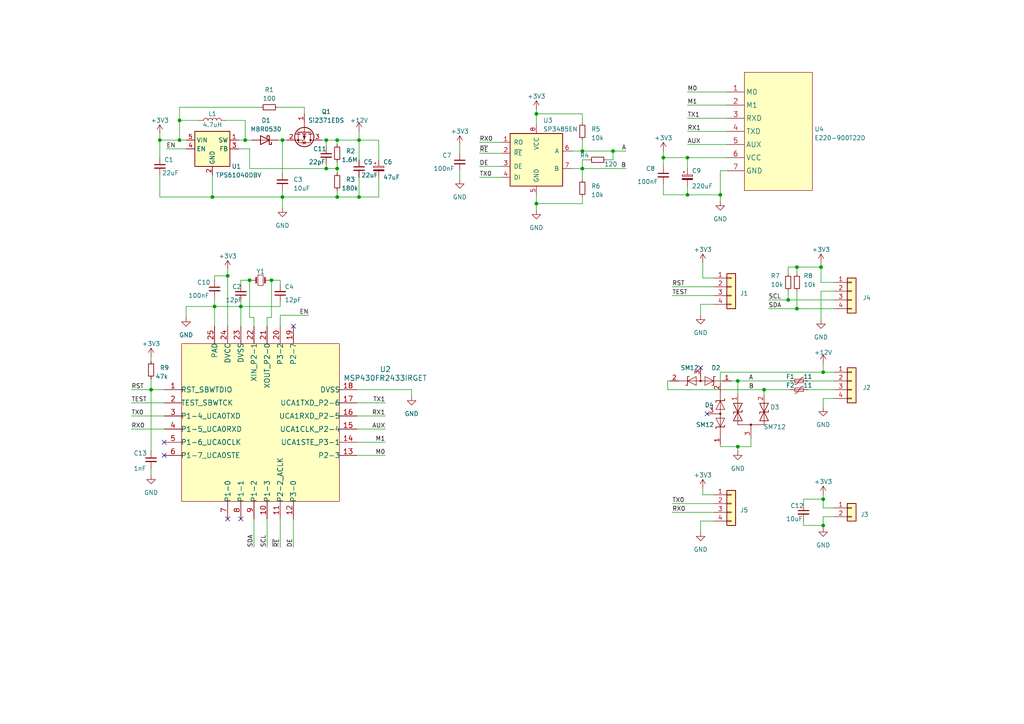
<source format=kicad_sch>
(kicad_sch (version 20230121) (generator eeschema)

  (uuid 630db2ca-22d6-4714-a83c-c3a30821da1a)

  (paper "A4")

  (title_block
    (title "Lora ModBus board")
    (rev "1.0.2")
    (company "#DB3")
  )

  (lib_symbols
    (symbol "AirMQ-Radio:E220-900T22D" (in_bom yes) (on_board yes)
      (property "Reference" "U" (at 0 15.24 0)
        (effects (font (size 1.27 1.27)))
      )
      (property "Value" "E220-900T22D" (at 2.54 12.7 0)
        (effects (font (size 1.27 1.27)))
      )
      (property "Footprint" "" (at 0 -2.54 0)
        (effects (font (size 1.27 1.27)) hide)
      )
      (property "Datasheet" "" (at 0 -2.54 0)
        (effects (font (size 1.27 1.27)) hide)
      )
      (symbol "E220-900T22D_1_1"
        (rectangle (start -9.525 17.145) (end 10.16 -17.145)
          (stroke (width 0) (type default))
          (fill (type background))
        )
        (pin input line (at -14.605 11.43 0) (length 5.08)
          (name "M0" (effects (font (size 1.4986 1.4986))))
          (number "1" (effects (font (size 1.4986 1.4986))))
        )
        (pin input line (at -14.605 7.62 0) (length 5.08)
          (name "M1" (effects (font (size 1.4986 1.4986))))
          (number "2" (effects (font (size 1.4986 1.4986))))
        )
        (pin input line (at -14.605 3.81 0) (length 5.08)
          (name "RXD" (effects (font (size 1.4986 1.4986))))
          (number "3" (effects (font (size 1.4986 1.4986))))
        )
        (pin output line (at -14.605 0 0) (length 5.08)
          (name "TXD" (effects (font (size 1.4986 1.4986))))
          (number "4" (effects (font (size 1.4986 1.4986))))
        )
        (pin output line (at -14.605 -3.81 0) (length 5.08)
          (name "AUX" (effects (font (size 1.4986 1.4986))))
          (number "5" (effects (font (size 1.4986 1.4986))))
        )
        (pin power_in line (at -14.605 -7.62 0) (length 5.08)
          (name "VCC" (effects (font (size 1.4986 1.4986))))
          (number "6" (effects (font (size 1.4986 1.4986))))
        )
        (pin power_in line (at -14.605 -11.43 0) (length 5.08)
          (name "GND" (effects (font (size 1.4986 1.4986))))
          (number "7" (effects (font (size 1.4986 1.4986))))
        )
      )
    )
    (symbol "AirMQ:MSP430FR2433IRGET" (pin_names (offset -0.254)) (in_bom yes) (on_board yes)
      (property "Reference" "U3" (at 36.195 15.4433 0)
        (effects (font (size 1.524 1.524)))
      )
      (property "Value" "MSP430FR2433IRGET" (at 36.195 12.9033 0)
        (effects (font (size 1.524 1.524)))
      )
      (property "Footprint" "RGE0024G" (at 0 0 0)
        (effects (font (size 1.524 1.524)) hide)
      )
      (property "Datasheet" "" (at -1.27 26.035 0)
        (effects (font (size 1.524 1.524)))
      )
      (property "ki_locked" "" (at 0 0 0)
        (effects (font (size 1.27 1.27)))
      )
      (property "ki_fp_filters" "RGE0024G RGE0024G_NV" (at 0 0 0)
        (effects (font (size 1.27 1.27)) hide)
      )
      (symbol "MSP430FR2433IRGET_1_1"
        (rectangle (start -22.86 22.86) (end 22.86 -22.86)
          (stroke (width 0) (type default))
          (fill (type background))
        )
        (pin bidirectional line (at -27.94 9.525 0) (length 5.08)
          (name "RST_SBWTDIO" (effects (font (size 1.4986 1.4986))))
          (number "1" (effects (font (size 1.4986 1.4986))))
        )
        (pin bidirectional line (at 1.905 -27.94 90) (length 5.08)
          (name "P1-3" (effects (font (size 1.4986 1.4986))))
          (number "10" (effects (font (size 1.4986 1.4986))))
        )
        (pin bidirectional line (at 5.715 -27.94 90) (length 5.08)
          (name "P2-2_ACLK" (effects (font (size 1.4986 1.4986))))
          (number "11" (effects (font (size 1.4986 1.4986))))
        )
        (pin bidirectional line (at 9.525 -27.94 90) (length 5.08)
          (name "P3-0" (effects (font (size 1.4986 1.4986))))
          (number "12" (effects (font (size 1.4986 1.4986))))
        )
        (pin bidirectional line (at 27.94 -9.525 180) (length 5.08)
          (name "P2-3" (effects (font (size 1.4986 1.4986))))
          (number "13" (effects (font (size 1.4986 1.4986))))
        )
        (pin bidirectional line (at 27.94 -5.715 180) (length 5.08)
          (name "UCA1STE_P3-1" (effects (font (size 1.4986 1.4986))))
          (number "14" (effects (font (size 1.4986 1.4986))))
        )
        (pin bidirectional line (at 27.94 -1.905 180) (length 5.08)
          (name "UCA1CLK_P2-4" (effects (font (size 1.4986 1.4986))))
          (number "15" (effects (font (size 1.4986 1.4986))))
        )
        (pin bidirectional line (at 27.94 1.905 180) (length 5.08)
          (name "UCA1RXD_P2-5" (effects (font (size 1.4986 1.4986))))
          (number "16" (effects (font (size 1.4986 1.4986))))
        )
        (pin bidirectional line (at 27.94 5.715 180) (length 5.08)
          (name "UCA1TXD_P2-6" (effects (font (size 1.4986 1.4986))))
          (number "17" (effects (font (size 1.4986 1.4986))))
        )
        (pin power_in line (at 27.94 9.525 180) (length 5.08)
          (name "DVSS" (effects (font (size 1.4986 1.4986))))
          (number "18" (effects (font (size 1.4986 1.4986))))
        )
        (pin bidirectional line (at 9.525 27.94 270) (length 5.08)
          (name "P2-7" (effects (font (size 1.4986 1.4986))))
          (number "19" (effects (font (size 1.4986 1.4986))))
        )
        (pin input line (at -27.94 5.715 0) (length 5.08)
          (name "TEST_SBWTCK" (effects (font (size 1.4986 1.4986))))
          (number "2" (effects (font (size 1.4986 1.4986))))
        )
        (pin bidirectional line (at 5.715 27.94 270) (length 5.08)
          (name "P3-2" (effects (font (size 1.4986 1.4986))))
          (number "20" (effects (font (size 1.4986 1.4986))))
        )
        (pin bidirectional line (at 1.905 27.94 270) (length 5.08)
          (name "XOUT_P2-0" (effects (font (size 1.4986 1.4986))))
          (number "21" (effects (font (size 1.4986 1.4986))))
        )
        (pin bidirectional line (at -1.905 27.94 270) (length 5.08)
          (name "XIN_P2-1" (effects (font (size 1.4986 1.4986))))
          (number "22" (effects (font (size 1.4986 1.4986))))
        )
        (pin power_in line (at -5.715 27.94 270) (length 5.08)
          (name "DVSS" (effects (font (size 1.4986 1.4986))))
          (number "23" (effects (font (size 1.4986 1.4986))))
        )
        (pin power_in line (at -9.525 27.94 270) (length 5.08)
          (name "DVCC" (effects (font (size 1.4986 1.4986))))
          (number "24" (effects (font (size 1.4986 1.4986))))
        )
        (pin power_in line (at -13.335 27.94 270) (length 5.08)
          (name "PAD" (effects (font (size 1.4986 1.4986))))
          (number "25" (effects (font (size 1.4986 1.4986))))
        )
        (pin bidirectional line (at -27.94 1.905 0) (length 5.08)
          (name "P1-4_UCA0TXD" (effects (font (size 1.4986 1.4986))))
          (number "3" (effects (font (size 1.4986 1.4986))))
        )
        (pin bidirectional line (at -27.94 -1.905 0) (length 5.08)
          (name "P1-5_UCA0RXD" (effects (font (size 1.4986 1.4986))))
          (number "4" (effects (font (size 1.4986 1.4986))))
        )
        (pin bidirectional line (at -27.94 -5.715 0) (length 5.08)
          (name "P1-6_UCA0CLK" (effects (font (size 1.4986 1.4986))))
          (number "5" (effects (font (size 1.4986 1.4986))))
        )
        (pin bidirectional line (at -27.94 -9.525 0) (length 5.08)
          (name "P1-7_UCA0STE" (effects (font (size 1.4986 1.4986))))
          (number "6" (effects (font (size 1.4986 1.4986))))
        )
        (pin bidirectional line (at -9.525 -27.94 90) (length 5.08)
          (name "P1-0" (effects (font (size 1.4986 1.4986))))
          (number "7" (effects (font (size 1.4986 1.4986))))
        )
        (pin bidirectional line (at -5.715 -27.94 90) (length 5.08)
          (name "P1-1" (effects (font (size 1.4986 1.4986))))
          (number "8" (effects (font (size 1.4986 1.4986))))
        )
        (pin bidirectional line (at -1.905 -27.94 90) (length 5.08)
          (name "P1-2" (effects (font (size 1.4986 1.4986))))
          (number "9" (effects (font (size 1.4986 1.4986))))
        )
      )
    )
    (symbol "AirMQ:SM712_SOT23R" (pin_names (offset 1.016) hide) (in_bom yes) (on_board yes)
      (property "Reference" "D" (at 0 4.445 0)
        (effects (font (size 1.27 1.27)))
      )
      (property "Value" "SM712_SOT23" (at 0 2.54 0)
        (effects (font (size 1.27 1.27)))
      )
      (property "Footprint" "Package_TO_SOT_SMD:SOT-23" (at 0 -14.605 0)
        (effects (font (size 1.27 1.27)) hide)
      )
      (property "Datasheet" "" (at -3.81 -3.683 90)
        (effects (font (size 1.27 1.27)) hide)
      )
      (property "ki_keywords" "transient voltage suppressor thyrector transil" (at 0 0 0)
        (effects (font (size 1.27 1.27)) hide)
      )
      (property "ki_description" "7V/12V, 600W Asymmetrical TVS Diode Array, SOT-23" (at 0 0 0)
        (effects (font (size 1.27 1.27)) hide)
      )
      (property "ki_fp_filters" "SOT?23*" (at 0 0 0)
        (effects (font (size 1.27 1.27)) hide)
      )
      (symbol "SM712_SOT23R_0_0"
        (polyline
          (pts
            (xy 0 1.27)
            (xy 0 0)
          )
          (stroke (width 0) (type default))
          (fill (type none))
        )
      )
      (symbol "SM712_SOT23R_0_1"
        (polyline
          (pts
            (xy -3.81 -6.35)
            (xy -3.81 0)
          )
          (stroke (width 0) (type default))
          (fill (type none))
        )
        (polyline
          (pts
            (xy -3.81 0)
            (xy 3.81 0)
          )
          (stroke (width 0) (type default))
          (fill (type none))
        )
        (polyline
          (pts
            (xy 3.81 0)
            (xy 3.81 -6.35)
          )
          (stroke (width 0) (type default))
          (fill (type none))
        )
        (polyline
          (pts
            (xy -5.08 -3.175)
            (xy -5.08 -3.683)
            (xy -2.54 -3.683)
            (xy -2.54 -4.191)
          )
          (stroke (width 0.2032) (type default))
          (fill (type none))
        )
        (polyline
          (pts
            (xy 2.54 -3.175)
            (xy 2.54 -3.683)
            (xy 5.08 -3.683)
            (xy 5.08 -4.191)
          )
          (stroke (width 0.2032) (type default))
          (fill (type none))
        )
        (polyline
          (pts
            (xy -2.54 -6.223)
            (xy -5.08 -1.143)
            (xy -2.54 -1.143)
            (xy -5.08 -6.223)
            (xy -2.54 -6.223)
          )
          (stroke (width 0.2032) (type default))
          (fill (type none))
        )
        (polyline
          (pts
            (xy 5.08 -6.223)
            (xy 2.54 -6.223)
            (xy 5.08 -1.143)
            (xy 2.54 -1.143)
            (xy 5.08 -6.223)
          )
          (stroke (width 0.2032) (type default))
          (fill (type none))
        )
        (circle (center 0 0) (radius 0.254)
          (stroke (width 0) (type default))
          (fill (type outline))
        )
      )
      (symbol "SM712_SOT23R_1_1"
        (pin passive line (at -3.81 -8.89 90) (length 2.54)
          (name "A1" (effects (font (size 1.27 1.27))))
          (number "1" (effects (font (size 1.27 1.27))))
        )
        (pin passive line (at 3.81 -8.89 90) (length 2.54)
          (name "A2" (effects (font (size 1.27 1.27))))
          (number "2" (effects (font (size 1.27 1.27))))
        )
        (pin input line (at 0 3.81 270) (length 2.54)
          (name "common" (effects (font (size 1.27 1.27))))
          (number "3" (effects (font (size 1.27 1.27))))
        )
      )
    )
    (symbol "AirMQ:SM712_SOT23_R" (pin_names (offset 1.016) hide) (in_bom yes) (on_board yes)
      (property "Reference" "D" (at 0 4.445 0)
        (effects (font (size 1.27 1.27)))
      )
      (property "Value" "SM12_SOT23" (at 0 2.54 0)
        (effects (font (size 1.27 1.27)))
      )
      (property "Footprint" "Package_TO_SOT_SMD:SOT-23" (at 0 -8.89 0)
        (effects (font (size 1.27 1.27)) hide)
      )
      (property "Datasheet" "" (at -3.81 0 0)
        (effects (font (size 1.27 1.27)) hide)
      )
      (property "ki_keywords" "transient voltage suppressor thyrector transil" (at 0 0 0)
        (effects (font (size 1.27 1.27)) hide)
      )
      (property "ki_description" "7V/12V, 600W Asymmetrical TVS Diode Array, SOT-23" (at 0 0 0)
        (effects (font (size 1.27 1.27)) hide)
      )
      (property "ki_fp_filters" "SOT?23*" (at 0 0 0)
        (effects (font (size 1.27 1.27)) hide)
      )
      (symbol "SM712_SOT23_R_0_0"
        (polyline
          (pts
            (xy 0 -1.27)
            (xy 0 0)
          )
          (stroke (width 0) (type default))
          (fill (type none))
        )
      )
      (symbol "SM712_SOT23_R_0_1"
        (polyline
          (pts
            (xy -6.35 0)
            (xy 6.35 0)
          )
          (stroke (width 0) (type default))
          (fill (type none))
        )
        (polyline
          (pts
            (xy -3.302 1.27)
            (xy -3.81 1.27)
            (xy -3.81 -1.27)
            (xy -4.318 -1.27)
          )
          (stroke (width 0.2032) (type default))
          (fill (type none))
        )
        (polyline
          (pts
            (xy -1.27 1.27)
            (xy -1.27 -1.27)
            (xy -3.81 0)
            (xy -1.27 1.27)
          )
          (stroke (width 0) (type default))
          (fill (type none))
        )
        (polyline
          (pts
            (xy 1.27 1.27)
            (xy 1.27 -1.27)
            (xy 3.81 0)
            (xy 1.27 1.27)
          )
          (stroke (width 0) (type default))
          (fill (type none))
        )
        (polyline
          (pts
            (xy 4.318 1.27)
            (xy 3.81 1.27)
            (xy 3.81 -1.27)
            (xy 3.302 -1.27)
          )
          (stroke (width 0.2032) (type default))
          (fill (type none))
        )
        (circle (center 0 0) (radius 0.254)
          (stroke (width 0) (type default))
          (fill (type outline))
        )
      )
      (symbol "SM712_SOT23_R_1_1"
        (pin passive line (at -8.89 0 0) (length 2.54)
          (name "A1" (effects (font (size 1.27 1.27))))
          (number "1" (effects (font (size 1.27 1.27))))
        )
        (pin passive line (at 8.89 0 180) (length 2.54)
          (name "A2" (effects (font (size 1.27 1.27))))
          (number "2" (effects (font (size 1.27 1.27))))
        )
        (pin input line (at 0 -3.81 90) (length 2.54)
          (name "common" (effects (font (size 1.27 1.27))))
          (number "3" (effects (font (size 1.27 1.27))))
        )
      )
    )
    (symbol "Connector_Generic:Conn_01x02" (pin_names (offset 1.016) hide) (in_bom yes) (on_board yes)
      (property "Reference" "J" (at 0 2.54 0)
        (effects (font (size 1.27 1.27)))
      )
      (property "Value" "Conn_01x02" (at 0 -5.08 0)
        (effects (font (size 1.27 1.27)))
      )
      (property "Footprint" "" (at 0 0 0)
        (effects (font (size 1.27 1.27)) hide)
      )
      (property "Datasheet" "~" (at 0 0 0)
        (effects (font (size 1.27 1.27)) hide)
      )
      (property "ki_keywords" "connector" (at 0 0 0)
        (effects (font (size 1.27 1.27)) hide)
      )
      (property "ki_description" "Generic connector, single row, 01x02, script generated (kicad-library-utils/schlib/autogen/connector/)" (at 0 0 0)
        (effects (font (size 1.27 1.27)) hide)
      )
      (property "ki_fp_filters" "Connector*:*_1x??_*" (at 0 0 0)
        (effects (font (size 1.27 1.27)) hide)
      )
      (symbol "Conn_01x02_1_1"
        (rectangle (start -1.27 -2.413) (end 0 -2.667)
          (stroke (width 0.1524) (type default))
          (fill (type none))
        )
        (rectangle (start -1.27 0.127) (end 0 -0.127)
          (stroke (width 0.1524) (type default))
          (fill (type none))
        )
        (rectangle (start -1.27 1.27) (end 1.27 -3.81)
          (stroke (width 0.254) (type default))
          (fill (type background))
        )
        (pin passive line (at -5.08 0 0) (length 3.81)
          (name "Pin_1" (effects (font (size 1.27 1.27))))
          (number "1" (effects (font (size 1.27 1.27))))
        )
        (pin passive line (at -5.08 -2.54 0) (length 3.81)
          (name "Pin_2" (effects (font (size 1.27 1.27))))
          (number "2" (effects (font (size 1.27 1.27))))
        )
      )
    )
    (symbol "Connector_Generic:Conn_01x04" (pin_names (offset 1.016) hide) (in_bom yes) (on_board yes)
      (property "Reference" "J" (at 0 5.08 0)
        (effects (font (size 1.27 1.27)))
      )
      (property "Value" "Conn_01x04" (at 0 -7.62 0)
        (effects (font (size 1.27 1.27)))
      )
      (property "Footprint" "" (at 0 0 0)
        (effects (font (size 1.27 1.27)) hide)
      )
      (property "Datasheet" "~" (at 0 0 0)
        (effects (font (size 1.27 1.27)) hide)
      )
      (property "ki_keywords" "connector" (at 0 0 0)
        (effects (font (size 1.27 1.27)) hide)
      )
      (property "ki_description" "Generic connector, single row, 01x04, script generated (kicad-library-utils/schlib/autogen/connector/)" (at 0 0 0)
        (effects (font (size 1.27 1.27)) hide)
      )
      (property "ki_fp_filters" "Connector*:*_1x??_*" (at 0 0 0)
        (effects (font (size 1.27 1.27)) hide)
      )
      (symbol "Conn_01x04_1_1"
        (rectangle (start -1.27 -4.953) (end 0 -5.207)
          (stroke (width 0.1524) (type default))
          (fill (type none))
        )
        (rectangle (start -1.27 -2.413) (end 0 -2.667)
          (stroke (width 0.1524) (type default))
          (fill (type none))
        )
        (rectangle (start -1.27 0.127) (end 0 -0.127)
          (stroke (width 0.1524) (type default))
          (fill (type none))
        )
        (rectangle (start -1.27 2.667) (end 0 2.413)
          (stroke (width 0.1524) (type default))
          (fill (type none))
        )
        (rectangle (start -1.27 3.81) (end 1.27 -6.35)
          (stroke (width 0.254) (type default))
          (fill (type background))
        )
        (pin passive line (at -5.08 2.54 0) (length 3.81)
          (name "Pin_1" (effects (font (size 1.27 1.27))))
          (number "1" (effects (font (size 1.27 1.27))))
        )
        (pin passive line (at -5.08 0 0) (length 3.81)
          (name "Pin_2" (effects (font (size 1.27 1.27))))
          (number "2" (effects (font (size 1.27 1.27))))
        )
        (pin passive line (at -5.08 -2.54 0) (length 3.81)
          (name "Pin_3" (effects (font (size 1.27 1.27))))
          (number "3" (effects (font (size 1.27 1.27))))
        )
        (pin passive line (at -5.08 -5.08 0) (length 3.81)
          (name "Pin_4" (effects (font (size 1.27 1.27))))
          (number "4" (effects (font (size 1.27 1.27))))
        )
      )
    )
    (symbol "Device:C_Polarized_Small" (pin_numbers hide) (pin_names (offset 0.254) hide) (in_bom yes) (on_board yes)
      (property "Reference" "C" (at 0.254 1.778 0)
        (effects (font (size 1.27 1.27)) (justify left))
      )
      (property "Value" "C_Polarized_Small" (at 0.254 -2.032 0)
        (effects (font (size 1.27 1.27)) (justify left))
      )
      (property "Footprint" "" (at 0 0 0)
        (effects (font (size 1.27 1.27)) hide)
      )
      (property "Datasheet" "~" (at 0 0 0)
        (effects (font (size 1.27 1.27)) hide)
      )
      (property "ki_keywords" "cap capacitor" (at 0 0 0)
        (effects (font (size 1.27 1.27)) hide)
      )
      (property "ki_description" "Polarized capacitor, small symbol" (at 0 0 0)
        (effects (font (size 1.27 1.27)) hide)
      )
      (property "ki_fp_filters" "CP_*" (at 0 0 0)
        (effects (font (size 1.27 1.27)) hide)
      )
      (symbol "C_Polarized_Small_0_1"
        (rectangle (start -1.524 -0.3048) (end 1.524 -0.6858)
          (stroke (width 0) (type default))
          (fill (type outline))
        )
        (rectangle (start -1.524 0.6858) (end 1.524 0.3048)
          (stroke (width 0) (type default))
          (fill (type none))
        )
        (polyline
          (pts
            (xy -1.27 1.524)
            (xy -0.762 1.524)
          )
          (stroke (width 0) (type default))
          (fill (type none))
        )
        (polyline
          (pts
            (xy -1.016 1.27)
            (xy -1.016 1.778)
          )
          (stroke (width 0) (type default))
          (fill (type none))
        )
      )
      (symbol "C_Polarized_Small_1_1"
        (pin passive line (at 0 2.54 270) (length 1.8542)
          (name "~" (effects (font (size 1.27 1.27))))
          (number "1" (effects (font (size 1.27 1.27))))
        )
        (pin passive line (at 0 -2.54 90) (length 1.8542)
          (name "~" (effects (font (size 1.27 1.27))))
          (number "2" (effects (font (size 1.27 1.27))))
        )
      )
    )
    (symbol "Device:C_Small" (pin_numbers hide) (pin_names (offset 0.254) hide) (in_bom yes) (on_board yes)
      (property "Reference" "C" (at 0.254 1.778 0)
        (effects (font (size 1.27 1.27)) (justify left))
      )
      (property "Value" "C_Small" (at 0.254 -2.032 0)
        (effects (font (size 1.27 1.27)) (justify left))
      )
      (property "Footprint" "" (at 0 0 0)
        (effects (font (size 1.27 1.27)) hide)
      )
      (property "Datasheet" "~" (at 0 0 0)
        (effects (font (size 1.27 1.27)) hide)
      )
      (property "ki_keywords" "capacitor cap" (at 0 0 0)
        (effects (font (size 1.27 1.27)) hide)
      )
      (property "ki_description" "Unpolarized capacitor, small symbol" (at 0 0 0)
        (effects (font (size 1.27 1.27)) hide)
      )
      (property "ki_fp_filters" "C_*" (at 0 0 0)
        (effects (font (size 1.27 1.27)) hide)
      )
      (symbol "C_Small_0_1"
        (polyline
          (pts
            (xy -1.524 -0.508)
            (xy 1.524 -0.508)
          )
          (stroke (width 0.3302) (type default))
          (fill (type none))
        )
        (polyline
          (pts
            (xy -1.524 0.508)
            (xy 1.524 0.508)
          )
          (stroke (width 0.3048) (type default))
          (fill (type none))
        )
      )
      (symbol "C_Small_1_1"
        (pin passive line (at 0 2.54 270) (length 2.032)
          (name "~" (effects (font (size 1.27 1.27))))
          (number "1" (effects (font (size 1.27 1.27))))
        )
        (pin passive line (at 0 -2.54 90) (length 2.032)
          (name "~" (effects (font (size 1.27 1.27))))
          (number "2" (effects (font (size 1.27 1.27))))
        )
      )
    )
    (symbol "Device:Crystal_Small" (pin_numbers hide) (pin_names (offset 1.016) hide) (in_bom yes) (on_board yes)
      (property "Reference" "Y" (at 0 2.54 0)
        (effects (font (size 1.27 1.27)))
      )
      (property "Value" "Crystal_Small" (at 0 -2.54 0)
        (effects (font (size 1.27 1.27)))
      )
      (property "Footprint" "" (at 0 0 0)
        (effects (font (size 1.27 1.27)) hide)
      )
      (property "Datasheet" "~" (at 0 0 0)
        (effects (font (size 1.27 1.27)) hide)
      )
      (property "ki_keywords" "quartz ceramic resonator oscillator" (at 0 0 0)
        (effects (font (size 1.27 1.27)) hide)
      )
      (property "ki_description" "Two pin crystal, small symbol" (at 0 0 0)
        (effects (font (size 1.27 1.27)) hide)
      )
      (property "ki_fp_filters" "Crystal*" (at 0 0 0)
        (effects (font (size 1.27 1.27)) hide)
      )
      (symbol "Crystal_Small_0_1"
        (rectangle (start -0.762 -1.524) (end 0.762 1.524)
          (stroke (width 0) (type default))
          (fill (type none))
        )
        (polyline
          (pts
            (xy -1.27 -0.762)
            (xy -1.27 0.762)
          )
          (stroke (width 0.381) (type default))
          (fill (type none))
        )
        (polyline
          (pts
            (xy 1.27 -0.762)
            (xy 1.27 0.762)
          )
          (stroke (width 0.381) (type default))
          (fill (type none))
        )
      )
      (symbol "Crystal_Small_1_1"
        (pin passive line (at -2.54 0 0) (length 1.27)
          (name "1" (effects (font (size 1.27 1.27))))
          (number "1" (effects (font (size 1.27 1.27))))
        )
        (pin passive line (at 2.54 0 180) (length 1.27)
          (name "2" (effects (font (size 1.27 1.27))))
          (number "2" (effects (font (size 1.27 1.27))))
        )
      )
    )
    (symbol "Device:D_Schottky" (pin_numbers hide) (pin_names (offset 1.016) hide) (in_bom yes) (on_board yes)
      (property "Reference" "D" (at 0 2.54 0)
        (effects (font (size 1.27 1.27)))
      )
      (property "Value" "D_Schottky" (at 0 -2.54 0)
        (effects (font (size 1.27 1.27)))
      )
      (property "Footprint" "" (at 0 0 0)
        (effects (font (size 1.27 1.27)) hide)
      )
      (property "Datasheet" "~" (at 0 0 0)
        (effects (font (size 1.27 1.27)) hide)
      )
      (property "ki_keywords" "diode Schottky" (at 0 0 0)
        (effects (font (size 1.27 1.27)) hide)
      )
      (property "ki_description" "Schottky diode" (at 0 0 0)
        (effects (font (size 1.27 1.27)) hide)
      )
      (property "ki_fp_filters" "TO-???* *_Diode_* *SingleDiode* D_*" (at 0 0 0)
        (effects (font (size 1.27 1.27)) hide)
      )
      (symbol "D_Schottky_0_1"
        (polyline
          (pts
            (xy 1.27 0)
            (xy -1.27 0)
          )
          (stroke (width 0) (type default))
          (fill (type none))
        )
        (polyline
          (pts
            (xy 1.27 1.27)
            (xy 1.27 -1.27)
            (xy -1.27 0)
            (xy 1.27 1.27)
          )
          (stroke (width 0.254) (type default))
          (fill (type none))
        )
        (polyline
          (pts
            (xy -1.905 0.635)
            (xy -1.905 1.27)
            (xy -1.27 1.27)
            (xy -1.27 -1.27)
            (xy -0.635 -1.27)
            (xy -0.635 -0.635)
          )
          (stroke (width 0.254) (type default))
          (fill (type none))
        )
      )
      (symbol "D_Schottky_1_1"
        (pin passive line (at -3.81 0 0) (length 2.54)
          (name "K" (effects (font (size 1.27 1.27))))
          (number "1" (effects (font (size 1.27 1.27))))
        )
        (pin passive line (at 3.81 0 180) (length 2.54)
          (name "A" (effects (font (size 1.27 1.27))))
          (number "2" (effects (font (size 1.27 1.27))))
        )
      )
    )
    (symbol "Device:L" (pin_numbers hide) (pin_names (offset 1.016) hide) (in_bom yes) (on_board yes)
      (property "Reference" "L" (at -1.27 0 90)
        (effects (font (size 1.27 1.27)))
      )
      (property "Value" "L" (at 1.905 0 90)
        (effects (font (size 1.27 1.27)))
      )
      (property "Footprint" "" (at 0 0 0)
        (effects (font (size 1.27 1.27)) hide)
      )
      (property "Datasheet" "~" (at 0 0 0)
        (effects (font (size 1.27 1.27)) hide)
      )
      (property "ki_keywords" "inductor choke coil reactor magnetic" (at 0 0 0)
        (effects (font (size 1.27 1.27)) hide)
      )
      (property "ki_description" "Inductor" (at 0 0 0)
        (effects (font (size 1.27 1.27)) hide)
      )
      (property "ki_fp_filters" "Choke_* *Coil* Inductor_* L_*" (at 0 0 0)
        (effects (font (size 1.27 1.27)) hide)
      )
      (symbol "L_0_1"
        (arc (start 0 -2.54) (mid 0.6323 -1.905) (end 0 -1.27)
          (stroke (width 0) (type default))
          (fill (type none))
        )
        (arc (start 0 -1.27) (mid 0.6323 -0.635) (end 0 0)
          (stroke (width 0) (type default))
          (fill (type none))
        )
        (arc (start 0 0) (mid 0.6323 0.635) (end 0 1.27)
          (stroke (width 0) (type default))
          (fill (type none))
        )
        (arc (start 0 1.27) (mid 0.6323 1.905) (end 0 2.54)
          (stroke (width 0) (type default))
          (fill (type none))
        )
      )
      (symbol "L_1_1"
        (pin passive line (at 0 3.81 270) (length 1.27)
          (name "1" (effects (font (size 1.27 1.27))))
          (number "1" (effects (font (size 1.27 1.27))))
        )
        (pin passive line (at 0 -3.81 90) (length 1.27)
          (name "2" (effects (font (size 1.27 1.27))))
          (number "2" (effects (font (size 1.27 1.27))))
        )
      )
    )
    (symbol "Device:Polyfuse_Small" (pin_numbers hide) (pin_names (offset 0)) (in_bom yes) (on_board yes)
      (property "Reference" "F" (at -1.905 0 90)
        (effects (font (size 1.27 1.27)))
      )
      (property "Value" "Polyfuse_Small" (at 1.905 0 90)
        (effects (font (size 1.27 1.27)))
      )
      (property "Footprint" "" (at 1.27 -5.08 0)
        (effects (font (size 1.27 1.27)) (justify left) hide)
      )
      (property "Datasheet" "~" (at 0 0 0)
        (effects (font (size 1.27 1.27)) hide)
      )
      (property "ki_keywords" "resettable fuse PTC PPTC polyfuse polyswitch" (at 0 0 0)
        (effects (font (size 1.27 1.27)) hide)
      )
      (property "ki_description" "Resettable fuse, polymeric positive temperature coefficient, small symbol" (at 0 0 0)
        (effects (font (size 1.27 1.27)) hide)
      )
      (property "ki_fp_filters" "*polyfuse* *PTC*" (at 0 0 0)
        (effects (font (size 1.27 1.27)) hide)
      )
      (symbol "Polyfuse_Small_0_1"
        (rectangle (start -0.508 1.27) (end 0.508 -1.27)
          (stroke (width 0) (type default))
          (fill (type none))
        )
        (polyline
          (pts
            (xy 0 2.54)
            (xy 0 -2.54)
          )
          (stroke (width 0) (type default))
          (fill (type none))
        )
        (polyline
          (pts
            (xy -1.016 1.27)
            (xy -1.016 0.762)
            (xy 1.016 -0.762)
            (xy 1.016 -1.27)
          )
          (stroke (width 0) (type default))
          (fill (type none))
        )
      )
      (symbol "Polyfuse_Small_1_1"
        (pin passive line (at 0 2.54 270) (length 0.635)
          (name "~" (effects (font (size 1.27 1.27))))
          (number "1" (effects (font (size 1.27 1.27))))
        )
        (pin passive line (at 0 -2.54 90) (length 0.635)
          (name "~" (effects (font (size 1.27 1.27))))
          (number "2" (effects (font (size 1.27 1.27))))
        )
      )
    )
    (symbol "Device:R_Small" (pin_numbers hide) (pin_names (offset 0.254) hide) (in_bom yes) (on_board yes)
      (property "Reference" "R" (at 0.762 0.508 0)
        (effects (font (size 1.27 1.27)) (justify left))
      )
      (property "Value" "R_Small" (at 0.762 -1.016 0)
        (effects (font (size 1.27 1.27)) (justify left))
      )
      (property "Footprint" "" (at 0 0 0)
        (effects (font (size 1.27 1.27)) hide)
      )
      (property "Datasheet" "~" (at 0 0 0)
        (effects (font (size 1.27 1.27)) hide)
      )
      (property "ki_keywords" "R resistor" (at 0 0 0)
        (effects (font (size 1.27 1.27)) hide)
      )
      (property "ki_description" "Resistor, small symbol" (at 0 0 0)
        (effects (font (size 1.27 1.27)) hide)
      )
      (property "ki_fp_filters" "R_*" (at 0 0 0)
        (effects (font (size 1.27 1.27)) hide)
      )
      (symbol "R_Small_0_1"
        (rectangle (start -0.762 1.778) (end 0.762 -1.778)
          (stroke (width 0.2032) (type default))
          (fill (type none))
        )
      )
      (symbol "R_Small_1_1"
        (pin passive line (at 0 2.54 270) (length 0.762)
          (name "~" (effects (font (size 1.27 1.27))))
          (number "1" (effects (font (size 1.27 1.27))))
        )
        (pin passive line (at 0 -2.54 90) (length 0.762)
          (name "~" (effects (font (size 1.27 1.27))))
          (number "2" (effects (font (size 1.27 1.27))))
        )
      )
    )
    (symbol "Interface_UART:SP3485EN" (pin_names (offset 1.016)) (in_bom yes) (on_board yes)
      (property "Reference" "U3" (at 1.9559 11.43 0)
        (effects (font (size 1.27 1.27)) (justify left))
      )
      (property "Value" "SP3485EN" (at 1.9559 8.89 0)
        (effects (font (size 1.27 1.27)) (justify left))
      )
      (property "Footprint" "Package_SO:SOIC-8_3.9x4.9mm_P1.27mm" (at 26.67 -8.89 0)
        (effects (font (size 1.27 1.27) italic) hide)
      )
      (property "Datasheet" "http://www.icbase.com/pdf/SPX/SPX00480106.pdf" (at 0 0 0)
        (effects (font (size 1.27 1.27)) hide)
      )
      (property "LCSC" "C7434269" (at 0 0 0)
        (effects (font (size 1.27 1.27)) hide)
      )
      (property "ki_keywords" "Low Power Half-Duplex RS-485 Transceiver 10Mbps" (at 0 0 0)
        (effects (font (size 1.27 1.27)) hide)
      )
      (property "ki_description" "Industrial 3.3V Low Power Half-Duplex RS-485 Transceiver 10Mbps, SOIC-8" (at 0 0 0)
        (effects (font (size 1.27 1.27)) hide)
      )
      (property "ki_fp_filters" "SOIC*3.9x4.9mm*P1.27mm*" (at 0 0 0)
        (effects (font (size 1.27 1.27)) hide)
      )
      (symbol "SP3485EN_0_1"
        (rectangle (start -7.62 7.62) (end 7.62 -7.62)
          (stroke (width 0.254) (type default))
          (fill (type background))
        )
      )
      (symbol "SP3485EN_1_1"
        (pin output line (at -10.16 5.08 0) (length 2.54)
          (name "RO" (effects (font (size 1.27 1.27))))
          (number "1" (effects (font (size 1.27 1.27))))
        )
        (pin input line (at -10.16 1.905 0) (length 2.54)
          (name "~{RE}" (effects (font (size 1.27 1.27))))
          (number "2" (effects (font (size 1.27 1.27))))
        )
        (pin input line (at -10.16 -1.905 0) (length 2.54)
          (name "DE" (effects (font (size 1.27 1.27))))
          (number "3" (effects (font (size 1.27 1.27))))
        )
        (pin input line (at -10.16 -5.08 0) (length 2.54)
          (name "DI" (effects (font (size 1.27 1.27))))
          (number "4" (effects (font (size 1.27 1.27))))
        )
        (pin power_in line (at 0 -10.16 90) (length 2.54)
          (name "GND" (effects (font (size 1.27 1.27))))
          (number "5" (effects (font (size 1.27 1.27))))
        )
        (pin bidirectional line (at 10.16 2.54 180) (length 2.54)
          (name "A" (effects (font (size 1.27 1.27))))
          (number "6" (effects (font (size 1.27 1.27))))
        )
        (pin bidirectional line (at 10.16 -2.54 180) (length 2.54)
          (name "B" (effects (font (size 1.27 1.27))))
          (number "7" (effects (font (size 1.27 1.27))))
        )
        (pin power_in line (at 0 10.16 270) (length 2.54)
          (name "VCC" (effects (font (size 1.27 1.27))))
          (number "8" (effects (font (size 1.27 1.27))))
        )
      )
    )
    (symbol "Regulator_Switching:TPS61040DBV" (in_bom yes) (on_board yes)
      (property "Reference" "U" (at -5.08 6.35 0)
        (effects (font (size 1.27 1.27)) (justify left))
      )
      (property "Value" "TPS61040DBV" (at 0 6.35 0)
        (effects (font (size 1.27 1.27)) (justify left))
      )
      (property "Footprint" "Package_TO_SOT_SMD:SOT-23-5" (at 2.54 -6.35 0)
        (effects (font (size 1.27 1.27) italic) (justify left) hide)
      )
      (property "Datasheet" "http://www.ti.com/lit/ds/symlink/tps61040.pdf" (at -5.08 7.62 0)
        (effects (font (size 1.27 1.27)) hide)
      )
      (property "ki_keywords" "Step-Up Boost DC-DC Regulator Adjustable" (at 0 0 0)
        (effects (font (size 1.27 1.27)) hide)
      )
      (property "ki_description" "Synchronous Boost Regulator, Adjustable Output up to 28V, 400 mA Switch Current Limit, SOT-23-5" (at 0 0 0)
        (effects (font (size 1.27 1.27)) hide)
      )
      (property "ki_fp_filters" "SOT?23*" (at 0 0 0)
        (effects (font (size 1.27 1.27)) hide)
      )
      (symbol "TPS61040DBV_0_1"
        (rectangle (start -5.08 5.08) (end 5.08 -5.08)
          (stroke (width 0.254) (type default))
          (fill (type background))
        )
      )
      (symbol "TPS61040DBV_1_1"
        (pin power_out line (at 7.62 2.54 180) (length 2.54)
          (name "SW" (effects (font (size 1.27 1.27))))
          (number "1" (effects (font (size 1.27 1.27))))
        )
        (pin power_in line (at 0 -7.62 90) (length 2.54)
          (name "GND" (effects (font (size 1.27 1.27))))
          (number "2" (effects (font (size 1.27 1.27))))
        )
        (pin input line (at 7.62 0 180) (length 2.54)
          (name "FB" (effects (font (size 1.27 1.27))))
          (number "3" (effects (font (size 1.27 1.27))))
        )
        (pin input line (at -7.62 0 0) (length 2.54)
          (name "EN" (effects (font (size 1.27 1.27))))
          (number "4" (effects (font (size 1.27 1.27))))
        )
        (pin power_in line (at -7.62 2.54 0) (length 2.54)
          (name "VIN" (effects (font (size 1.27 1.27))))
          (number "5" (effects (font (size 1.27 1.27))))
        )
      )
    )
    (symbol "Transistor_FET:Si2371EDS" (pin_names hide) (in_bom yes) (on_board yes)
      (property "Reference" "Q" (at 5.08 1.905 0)
        (effects (font (size 1.27 1.27)) (justify left))
      )
      (property "Value" "Si2371EDS" (at 5.08 0 0)
        (effects (font (size 1.27 1.27)) (justify left))
      )
      (property "Footprint" "Package_TO_SOT_SMD:SOT-23" (at 5.08 -1.905 0)
        (effects (font (size 1.27 1.27) italic) (justify left) hide)
      )
      (property "Datasheet" "http://www.vishay.com/docs/63924/si2371eds.pdf" (at 0 0 0)
        (effects (font (size 1.27 1.27)) (justify left) hide)
      )
      (property "ki_keywords" "P-Channel MOSFET" (at 0 0 0)
        (effects (font (size 1.27 1.27)) hide)
      )
      (property "ki_description" "-3.6A Id, -30V Vds, P-Channel MOSFET, SOT-23" (at 0 0 0)
        (effects (font (size 1.27 1.27)) hide)
      )
      (property "ki_fp_filters" "SOT?23*" (at 0 0 0)
        (effects (font (size 1.27 1.27)) hide)
      )
      (symbol "Si2371EDS_0_1"
        (polyline
          (pts
            (xy 0.254 0)
            (xy -2.54 0)
          )
          (stroke (width 0) (type default))
          (fill (type none))
        )
        (polyline
          (pts
            (xy 0.254 1.905)
            (xy 0.254 -1.905)
          )
          (stroke (width 0.254) (type default))
          (fill (type none))
        )
        (polyline
          (pts
            (xy 0.762 -1.27)
            (xy 0.762 -2.286)
          )
          (stroke (width 0.254) (type default))
          (fill (type none))
        )
        (polyline
          (pts
            (xy 0.762 0.508)
            (xy 0.762 -0.508)
          )
          (stroke (width 0.254) (type default))
          (fill (type none))
        )
        (polyline
          (pts
            (xy 0.762 2.286)
            (xy 0.762 1.27)
          )
          (stroke (width 0.254) (type default))
          (fill (type none))
        )
        (polyline
          (pts
            (xy 2.54 2.54)
            (xy 2.54 1.778)
          )
          (stroke (width 0) (type default))
          (fill (type none))
        )
        (polyline
          (pts
            (xy 2.54 -2.54)
            (xy 2.54 0)
            (xy 0.762 0)
          )
          (stroke (width 0) (type default))
          (fill (type none))
        )
        (polyline
          (pts
            (xy 0.762 1.778)
            (xy 3.302 1.778)
            (xy 3.302 -1.778)
            (xy 0.762 -1.778)
          )
          (stroke (width 0) (type default))
          (fill (type none))
        )
        (polyline
          (pts
            (xy 2.286 0)
            (xy 1.27 0.381)
            (xy 1.27 -0.381)
            (xy 2.286 0)
          )
          (stroke (width 0) (type default))
          (fill (type outline))
        )
        (polyline
          (pts
            (xy 2.794 -0.508)
            (xy 2.921 -0.381)
            (xy 3.683 -0.381)
            (xy 3.81 -0.254)
          )
          (stroke (width 0) (type default))
          (fill (type none))
        )
        (polyline
          (pts
            (xy 3.302 -0.381)
            (xy 2.921 0.254)
            (xy 3.683 0.254)
            (xy 3.302 -0.381)
          )
          (stroke (width 0) (type default))
          (fill (type none))
        )
        (circle (center 1.651 0) (radius 2.794)
          (stroke (width 0.254) (type default))
          (fill (type none))
        )
        (circle (center 2.54 -1.778) (radius 0.254)
          (stroke (width 0) (type default))
          (fill (type outline))
        )
        (circle (center 2.54 1.778) (radius 0.254)
          (stroke (width 0) (type default))
          (fill (type outline))
        )
      )
      (symbol "Si2371EDS_1_1"
        (pin input line (at -5.08 0 0) (length 2.54)
          (name "G" (effects (font (size 1.27 1.27))))
          (number "1" (effects (font (size 1.27 1.27))))
        )
        (pin passive line (at 2.54 -5.08 90) (length 2.54)
          (name "S" (effects (font (size 1.27 1.27))))
          (number "2" (effects (font (size 1.27 1.27))))
        )
        (pin passive line (at 2.54 5.08 270) (length 2.54)
          (name "D" (effects (font (size 1.27 1.27))))
          (number "3" (effects (font (size 1.27 1.27))))
        )
      )
    )
    (symbol "power:+12V" (power) (pin_names (offset 0)) (in_bom yes) (on_board yes)
      (property "Reference" "#PWR" (at 0 -3.81 0)
        (effects (font (size 1.27 1.27)) hide)
      )
      (property "Value" "+12V" (at 0 3.556 0)
        (effects (font (size 1.27 1.27)))
      )
      (property "Footprint" "" (at 0 0 0)
        (effects (font (size 1.27 1.27)) hide)
      )
      (property "Datasheet" "" (at 0 0 0)
        (effects (font (size 1.27 1.27)) hide)
      )
      (property "ki_keywords" "global power" (at 0 0 0)
        (effects (font (size 1.27 1.27)) hide)
      )
      (property "ki_description" "Power symbol creates a global label with name \"+12V\"" (at 0 0 0)
        (effects (font (size 1.27 1.27)) hide)
      )
      (symbol "+12V_0_1"
        (polyline
          (pts
            (xy -0.762 1.27)
            (xy 0 2.54)
          )
          (stroke (width 0) (type default))
          (fill (type none))
        )
        (polyline
          (pts
            (xy 0 0)
            (xy 0 2.54)
          )
          (stroke (width 0) (type default))
          (fill (type none))
        )
        (polyline
          (pts
            (xy 0 2.54)
            (xy 0.762 1.27)
          )
          (stroke (width 0) (type default))
          (fill (type none))
        )
      )
      (symbol "+12V_1_1"
        (pin power_in line (at 0 0 90) (length 0) hide
          (name "+12V" (effects (font (size 1.27 1.27))))
          (number "1" (effects (font (size 1.27 1.27))))
        )
      )
    )
    (symbol "power:+3V3" (power) (pin_names (offset 0)) (in_bom yes) (on_board yes)
      (property "Reference" "#PWR" (at 0 -3.81 0)
        (effects (font (size 1.27 1.27)) hide)
      )
      (property "Value" "+3V3" (at 0 3.556 0)
        (effects (font (size 1.27 1.27)))
      )
      (property "Footprint" "" (at 0 0 0)
        (effects (font (size 1.27 1.27)) hide)
      )
      (property "Datasheet" "" (at 0 0 0)
        (effects (font (size 1.27 1.27)) hide)
      )
      (property "ki_keywords" "global power" (at 0 0 0)
        (effects (font (size 1.27 1.27)) hide)
      )
      (property "ki_description" "Power symbol creates a global label with name \"+3V3\"" (at 0 0 0)
        (effects (font (size 1.27 1.27)) hide)
      )
      (symbol "+3V3_0_1"
        (polyline
          (pts
            (xy -0.762 1.27)
            (xy 0 2.54)
          )
          (stroke (width 0) (type default))
          (fill (type none))
        )
        (polyline
          (pts
            (xy 0 0)
            (xy 0 2.54)
          )
          (stroke (width 0) (type default))
          (fill (type none))
        )
        (polyline
          (pts
            (xy 0 2.54)
            (xy 0.762 1.27)
          )
          (stroke (width 0) (type default))
          (fill (type none))
        )
      )
      (symbol "+3V3_1_1"
        (pin power_in line (at 0 0 90) (length 0) hide
          (name "+3V3" (effects (font (size 1.27 1.27))))
          (number "1" (effects (font (size 1.27 1.27))))
        )
      )
    )
    (symbol "power:GND" (power) (pin_names (offset 0)) (in_bom yes) (on_board yes)
      (property "Reference" "#PWR" (at 0 -6.35 0)
        (effects (font (size 1.27 1.27)) hide)
      )
      (property "Value" "GND" (at 0 -3.81 0)
        (effects (font (size 1.27 1.27)))
      )
      (property "Footprint" "" (at 0 0 0)
        (effects (font (size 1.27 1.27)) hide)
      )
      (property "Datasheet" "" (at 0 0 0)
        (effects (font (size 1.27 1.27)) hide)
      )
      (property "ki_keywords" "global power" (at 0 0 0)
        (effects (font (size 1.27 1.27)) hide)
      )
      (property "ki_description" "Power symbol creates a global label with name \"GND\" , ground" (at 0 0 0)
        (effects (font (size 1.27 1.27)) hide)
      )
      (symbol "GND_0_1"
        (polyline
          (pts
            (xy 0 0)
            (xy 0 -1.27)
            (xy 1.27 -1.27)
            (xy 0 -2.54)
            (xy -1.27 -1.27)
            (xy 0 -1.27)
          )
          (stroke (width 0) (type default))
          (fill (type none))
        )
      )
      (symbol "GND_1_1"
        (pin power_in line (at 0 0 270) (length 0) hide
          (name "GND" (effects (font (size 1.27 1.27))))
          (number "1" (effects (font (size 1.27 1.27))))
        )
      )
    )
  )

  (junction (at 97.79 40.64) (diameter 0) (color 0 0 0 0)
    (uuid 0d4ef7cb-514e-4134-b35d-3e59ec3f3665)
  )
  (junction (at 213.995 129.54) (diameter 0) (color 0 0 0 0)
    (uuid 1071a12d-02dd-4552-bd30-29ffb02aa19d)
  )
  (junction (at 238.76 152.4) (diameter 0) (color 0 0 0 0)
    (uuid 115bdddd-0561-4237-b165-33f6e1a0b396)
  )
  (junction (at 71.12 40.64) (diameter 0) (color 0 0 0 0)
    (uuid 16b13dc3-b6c0-44d7-9a9e-e20f6ce66499)
  )
  (junction (at 228.6 86.995) (diameter 0) (color 0 0 0 0)
    (uuid 1b53aadd-d5dd-4140-af49-5dec757a5003)
  )
  (junction (at 155.575 33.02) (diameter 0) (color 0 0 0 0)
    (uuid 24105ce9-4760-4899-8fa0-700869f4a943)
  )
  (junction (at 52.07 40.64) (diameter 0) (color 0 0 0 0)
    (uuid 275b48be-4e8a-4632-ac4f-26d52c1476c7)
  )
  (junction (at 238.76 107.95) (diameter 0) (color 0 0 0 0)
    (uuid 28f1ea6b-a108-454b-bde0-91a2c01d3259)
  )
  (junction (at 78.74 81.28) (diameter 0) (color 0 0 0 0)
    (uuid 33cab1ea-74ed-499c-b49b-e9792d396fe9)
  )
  (junction (at 213.995 110.49) (diameter 0) (color 0 0 0 0)
    (uuid 3827fc8d-869b-4495-af82-8fb64ab96462)
  )
  (junction (at 238.76 144.78) (diameter 0) (color 0 0 0 0)
    (uuid 44259fc0-935b-4786-ac1f-f7eda61d113b)
  )
  (junction (at 199.39 45.72) (diameter 0) (color 0 0 0 0)
    (uuid 4f30c24b-e12f-46cc-a3e4-baa2b26a38c7)
  )
  (junction (at 97.79 48.895) (diameter 0) (color 0 0 0 0)
    (uuid 5783b21e-f553-432c-b174-b8c7246a0592)
  )
  (junction (at 61.595 57.15) (diameter 0) (color 0 0 0 0)
    (uuid 5957b984-7d9f-45fd-a0cd-6a1ad2680487)
  )
  (junction (at 69.85 88.9) (diameter 0) (color 0 0 0 0)
    (uuid 5b673d3f-9669-4cbc-9b11-432534dd8ddd)
  )
  (junction (at 66.04 80.01) (diameter 0) (color 0 0 0 0)
    (uuid 821e29f5-551f-4ac8-b0af-3eba79e127d1)
  )
  (junction (at 177.8 43.815) (diameter 0) (color 0 0 0 0)
    (uuid 85e3b660-8fc6-481e-8c6b-bab8ad4bc594)
  )
  (junction (at 208.915 56.515) (diameter 0) (color 0 0 0 0)
    (uuid 8edb9724-2928-4493-b99f-51dc075fade9)
  )
  (junction (at 192.405 45.72) (diameter 0) (color 0 0 0 0)
    (uuid 8f14864c-01c8-42a3-95af-7296612cce42)
  )
  (junction (at 81.915 57.15) (diameter 0) (color 0 0 0 0)
    (uuid 9c5fdae8-a419-4de8-938b-dca933f23cd2)
  )
  (junction (at 72.39 81.28) (diameter 0) (color 0 0 0 0)
    (uuid 9c8cc592-224c-4080-857c-3f3e4b1a5dd2)
  )
  (junction (at 168.91 48.895) (diameter 0) (color 0 0 0 0)
    (uuid 9e47107b-e55c-450e-8b04-cc5d4e00e193)
  )
  (junction (at 62.23 88.9) (diameter 0) (color 0 0 0 0)
    (uuid 9eae7d01-d4ab-431c-a068-f7a971b4715c)
  )
  (junction (at 104.14 40.64) (diameter 0) (color 0 0 0 0)
    (uuid a476d456-08ee-4c46-8d09-98a10f9c1251)
  )
  (junction (at 238.125 77.47) (diameter 0) (color 0 0 0 0)
    (uuid b141980e-6e99-4100-97a1-3fe8dc0fa128)
  )
  (junction (at 221.615 113.03) (diameter 0) (color 0 0 0 0)
    (uuid b56b45a5-8deb-4433-aa6b-338f1cde6710)
  )
  (junction (at 81.915 40.64) (diameter 0) (color 0 0 0 0)
    (uuid bda0bd7b-9f58-4f9a-a7dc-9856dd4bb9e4)
  )
  (junction (at 104.14 57.15) (diameter 0) (color 0 0 0 0)
    (uuid c02a2c9e-8e09-4ea9-95d1-441c6623242e)
  )
  (junction (at 94.615 40.64) (diameter 0) (color 0 0 0 0)
    (uuid c2373cff-90cd-497d-93c2-fddaf734ff7c)
  )
  (junction (at 199.39 56.515) (diameter 0) (color 0 0 0 0)
    (uuid c38506b4-694b-40a2-af2f-3506b99f2baa)
  )
  (junction (at 43.815 113.03) (diameter 0) (color 0 0 0 0)
    (uuid cd3e370f-9d86-44ba-9368-d8cd4d568f35)
  )
  (junction (at 155.575 59.055) (diameter 0) (color 0 0 0 0)
    (uuid ce617edc-8bd7-4913-b83b-61e1ec1505dc)
  )
  (junction (at 231.14 89.535) (diameter 0) (color 0 0 0 0)
    (uuid d6f93c18-26cd-4372-9647-34905e361223)
  )
  (junction (at 94.615 48.895) (diameter 0) (color 0 0 0 0)
    (uuid e50ddea9-752e-4f5a-be18-5afef1d4adaa)
  )
  (junction (at 168.91 43.815) (diameter 0) (color 0 0 0 0)
    (uuid eb9d3b58-153e-4194-a0d6-8bb678821f33)
  )
  (junction (at 46.355 40.64) (diameter 0) (color 0 0 0 0)
    (uuid f54a3c4d-5f61-4b8a-975c-0b2ce5c0df79)
  )
  (junction (at 97.79 57.15) (diameter 0) (color 0 0 0 0)
    (uuid f5f07e86-b093-4455-a5f1-147d492b2ec8)
  )
  (junction (at 52.07 34.925) (diameter 0) (color 0 0 0 0)
    (uuid f6c15bb5-3751-4cdb-a3c6-bca3d05ef175)
  )
  (junction (at 231.14 77.47) (diameter 0) (color 0 0 0 0)
    (uuid fac473ca-84d4-4200-995c-64eff13ab543)
  )

  (no_connect (at 47.625 132.08) (uuid 0929d0af-71a6-4681-b825-04c84e04a143))
  (no_connect (at 205.105 120.015) (uuid 1a89ece1-87e1-416c-8720-22d0ae633453))
  (no_connect (at 69.85 150.495) (uuid 516f6f88-2f8d-41d1-a564-c944d04b80a8))
  (no_connect (at 66.04 150.495) (uuid 7fc8ef0c-f174-4b30-831c-61b351071131))
  (no_connect (at 85.09 94.615) (uuid 9d2e8968-3856-44fc-ae98-168eb8b28a2e))
  (no_connect (at 47.625 128.27) (uuid d383faed-1532-4d5b-8c30-07862c49c754))
  (no_connect (at 203.2 106.68) (uuid d971d7f7-f59c-4ba3-af77-c21ba3289bd7))

  (wire (pts (xy 43.815 135.89) (xy 43.815 137.795))
    (stroke (width 0) (type default))
    (uuid 001ccbfe-c1e5-463e-a7a6-bf0fb027e943)
  )
  (wire (pts (xy 192.405 45.72) (xy 192.405 48.26))
    (stroke (width 0) (type default))
    (uuid 00f953ed-715f-4026-ad02-96f116c41e02)
  )
  (wire (pts (xy 109.855 40.64) (xy 104.14 40.64))
    (stroke (width 0) (type default))
    (uuid 013979fc-39e4-4d70-8a0e-644ca0263347)
  )
  (wire (pts (xy 208.915 56.515) (xy 208.915 49.53))
    (stroke (width 0) (type default))
    (uuid 031e666f-a74d-4e72-bcc3-02aa693569be)
  )
  (wire (pts (xy 81.28 158.75) (xy 81.28 150.495))
    (stroke (width 0) (type default))
    (uuid 0395ab2f-30ea-4715-8863-f9e7974f997d)
  )
  (wire (pts (xy 241.935 84.455) (xy 238.125 84.455))
    (stroke (width 0) (type default))
    (uuid 061c6eb9-30c8-4c70-bfd7-1e43bd188ff7)
  )
  (wire (pts (xy 81.28 91.44) (xy 81.28 94.615))
    (stroke (width 0) (type default))
    (uuid 07c80ebe-9dce-462b-a93a-c6549075198c)
  )
  (wire (pts (xy 43.815 113.03) (xy 43.815 130.81))
    (stroke (width 0) (type default))
    (uuid 0993de25-0372-49cf-a971-7c05c196ac59)
  )
  (wire (pts (xy 94.615 48.895) (xy 97.79 48.895))
    (stroke (width 0) (type default))
    (uuid 0b126dc2-ff53-489c-83c7-113b10ac48fd)
  )
  (wire (pts (xy 43.815 109.855) (xy 43.815 113.03))
    (stroke (width 0) (type default))
    (uuid 0b3a0372-9dcc-4f0c-a6b0-4e73ef193b08)
  )
  (wire (pts (xy 72.39 81.28) (xy 72.39 92.075))
    (stroke (width 0) (type default))
    (uuid 0c27716f-8609-4024-80ce-c5a0059d9b6a)
  )
  (wire (pts (xy 217.805 129.54) (xy 217.805 127))
    (stroke (width 0) (type default))
    (uuid 0f4b4f92-8e21-4472-aea7-18a69344bcec)
  )
  (wire (pts (xy 213.995 110.49) (xy 229.235 110.49))
    (stroke (width 0) (type default))
    (uuid 0fe8425c-6582-4946-b9e8-b26cfe7e291c)
  )
  (wire (pts (xy 203.2 151.13) (xy 203.2 154.305))
    (stroke (width 0) (type default))
    (uuid 128a4a6f-8d00-4c88-93aa-6d978047c91d)
  )
  (wire (pts (xy 192.405 53.34) (xy 192.405 56.515))
    (stroke (width 0) (type default))
    (uuid 14ca1992-d7db-40dc-9713-dc219a3718eb)
  )
  (wire (pts (xy 194.945 146.05) (xy 207.01 146.05))
    (stroke (width 0) (type default))
    (uuid 1888f832-23c9-48ba-9bf8-d0c57f724578)
  )
  (wire (pts (xy 175.895 46.355) (xy 177.8 46.355))
    (stroke (width 0) (type default))
    (uuid 18d055d2-27df-46a0-9c7b-e4645cdf3fc6)
  )
  (wire (pts (xy 168.91 48.895) (xy 168.91 52.07))
    (stroke (width 0) (type default))
    (uuid 1a08f569-eb43-4464-b97c-f0831281028e)
  )
  (wire (pts (xy 221.615 113.03) (xy 229.235 113.03))
    (stroke (width 0) (type default))
    (uuid 1a7bb0a9-8ea5-4c54-9e4a-8f06c43ed05f)
  )
  (wire (pts (xy 234.315 113.03) (xy 241.935 113.03))
    (stroke (width 0) (type default))
    (uuid 1d463f8b-ba33-4d6e-92e0-936beab204da)
  )
  (wire (pts (xy 75.565 31.115) (xy 52.07 31.115))
    (stroke (width 0) (type default))
    (uuid 1d9247c4-593e-4c64-9a7e-a2ea1eb5a385)
  )
  (wire (pts (xy 97.79 41.91) (xy 97.79 40.64))
    (stroke (width 0) (type default))
    (uuid 2038b2ea-0c69-4ca5-bebe-43a536ebdacd)
  )
  (wire (pts (xy 199.39 53.975) (xy 199.39 56.515))
    (stroke (width 0) (type default))
    (uuid 21fab167-2ce7-4c96-a1da-fc02e1918f89)
  )
  (wire (pts (xy 69.85 82.55) (xy 69.85 81.28))
    (stroke (width 0) (type default))
    (uuid 23b53bce-f4c9-42c5-99ed-4bd8fb428e9f)
  )
  (wire (pts (xy 38.1 116.84) (xy 47.625 116.84))
    (stroke (width 0) (type default))
    (uuid 25046620-b779-4ca5-9b48-a25c71ce6d49)
  )
  (wire (pts (xy 78.105 81.28) (xy 78.74 81.28))
    (stroke (width 0) (type default))
    (uuid 252b09b0-44bd-4b28-b70a-eab82f5e7c92)
  )
  (wire (pts (xy 208.915 107.95) (xy 238.76 107.95))
    (stroke (width 0) (type default))
    (uuid 255e888b-461a-4a04-befb-aac6f730126c)
  )
  (wire (pts (xy 207.01 88.265) (xy 203.2 88.265))
    (stroke (width 0) (type default))
    (uuid 2595d1e3-65fe-4f09-ba1a-8d019705bbc0)
  )
  (wire (pts (xy 238.125 84.455) (xy 238.125 92.71))
    (stroke (width 0) (type default))
    (uuid 27391945-89bc-4115-9bd9-04180a1d447f)
  )
  (wire (pts (xy 53.975 88.9) (xy 62.23 88.9))
    (stroke (width 0) (type default))
    (uuid 27c6b79e-de18-4a69-91dd-33b8e88bb93e)
  )
  (wire (pts (xy 238.76 147.32) (xy 238.76 144.78))
    (stroke (width 0) (type default))
    (uuid 280098f7-14d4-46c3-9e0e-d684f8208194)
  )
  (wire (pts (xy 168.91 46.355) (xy 168.91 48.895))
    (stroke (width 0) (type default))
    (uuid 28cb3e9a-d33d-4ff5-9183-8ba165f8b12f)
  )
  (wire (pts (xy 208.915 129.54) (xy 208.915 128.905))
    (stroke (width 0) (type default))
    (uuid 28cc49d8-4908-4ebf-88dd-ece42be4d14d)
  )
  (wire (pts (xy 73.66 150.495) (xy 73.66 158.75))
    (stroke (width 0) (type default))
    (uuid 298108c7-2017-4fec-b830-2790eefea173)
  )
  (wire (pts (xy 139.065 48.26) (xy 145.415 48.26))
    (stroke (width 0) (type default))
    (uuid 29db18c8-4abb-40a1-a4de-6d20d5a00401)
  )
  (wire (pts (xy 61.595 57.15) (xy 81.915 57.15))
    (stroke (width 0) (type default))
    (uuid 2ae88c81-0112-4a55-a3bb-4d37d133baec)
  )
  (wire (pts (xy 238.76 115.57) (xy 241.935 115.57))
    (stroke (width 0) (type default))
    (uuid 2c1a1a6e-0b9b-4cd9-a9b4-d4b1bcaf695a)
  )
  (wire (pts (xy 238.76 115.57) (xy 238.76 118.11))
    (stroke (width 0) (type default))
    (uuid 2d7ab58c-9e0d-4150-8249-05596b626be6)
  )
  (wire (pts (xy 193.675 110.49) (xy 194.31 110.49))
    (stroke (width 0) (type default))
    (uuid 2f4ef180-ec38-4165-9c66-ef6dbed65dcb)
  )
  (wire (pts (xy 238.125 81.915) (xy 238.125 77.47))
    (stroke (width 0) (type default))
    (uuid 3059e530-cacb-4c2a-932c-8fba5f7361a3)
  )
  (wire (pts (xy 72.39 48.895) (xy 94.615 48.895))
    (stroke (width 0) (type default))
    (uuid 3073274e-1e8a-4b36-a4aa-7d7cc6bd93d6)
  )
  (wire (pts (xy 46.355 50.8) (xy 46.355 57.15))
    (stroke (width 0) (type default))
    (uuid 3094f1b3-3528-4e76-bcf6-ae9f8747b5a0)
  )
  (wire (pts (xy 109.855 57.15) (xy 104.14 57.15))
    (stroke (width 0) (type default))
    (uuid 33519772-4c05-48a4-a756-f1195c165dd0)
  )
  (wire (pts (xy 208.915 58.42) (xy 208.915 56.515))
    (stroke (width 0) (type default))
    (uuid 34dc6521-1207-4e8b-8651-191ebfaf61dd)
  )
  (wire (pts (xy 234.315 110.49) (xy 241.935 110.49))
    (stroke (width 0) (type default))
    (uuid 362fcf85-0654-4328-b3f2-e7913b8aad2a)
  )
  (wire (pts (xy 231.14 84.455) (xy 231.14 89.535))
    (stroke (width 0) (type default))
    (uuid 386798d3-71fd-4f7a-88f9-e02f61507c28)
  )
  (wire (pts (xy 155.575 56.515) (xy 155.575 59.055))
    (stroke (width 0) (type default))
    (uuid 3875917a-7d5e-43c4-ab09-026a5211a93c)
  )
  (wire (pts (xy 155.575 31.75) (xy 155.575 33.02))
    (stroke (width 0) (type default))
    (uuid 3896fc64-2d74-4b34-bcb7-22cd67c07fd9)
  )
  (wire (pts (xy 208.915 111.125) (xy 208.915 107.95))
    (stroke (width 0) (type default))
    (uuid 38985b53-467e-45bc-bcc1-70a06853c807)
  )
  (wire (pts (xy 104.14 38.1) (xy 104.14 40.64))
    (stroke (width 0) (type default))
    (uuid 39f73781-33f1-4aa9-af2a-35ecba055195)
  )
  (wire (pts (xy 66.04 78.105) (xy 66.04 80.01))
    (stroke (width 0) (type default))
    (uuid 3a4e7094-c0f0-4603-9b8d-1d5c8d37840b)
  )
  (wire (pts (xy 241.935 107.95) (xy 238.76 107.95))
    (stroke (width 0) (type default))
    (uuid 3abc10e9-5c38-4f43-81b2-cb137511f8c7)
  )
  (wire (pts (xy 231.14 79.375) (xy 231.14 77.47))
    (stroke (width 0) (type default))
    (uuid 3c4a3ed4-2748-4130-a2cf-73b3f16538f1)
  )
  (wire (pts (xy 213.995 129.54) (xy 213.995 130.81))
    (stroke (width 0) (type default))
    (uuid 3ea1e6bc-7897-46f0-b52f-71a1ee4fb225)
  )
  (wire (pts (xy 168.91 59.055) (xy 155.575 59.055))
    (stroke (width 0) (type default))
    (uuid 401dfaac-a9a9-43e4-9a6d-6b98f72a0197)
  )
  (wire (pts (xy 213.995 110.49) (xy 213.995 114.3))
    (stroke (width 0) (type default))
    (uuid 4034d1d5-6a89-4448-b4bf-ea6dfa775c15)
  )
  (wire (pts (xy 77.47 92.075) (xy 78.74 92.075))
    (stroke (width 0) (type default))
    (uuid 429f3d1b-9454-41fb-8ecf-2dcd0038ae7c)
  )
  (wire (pts (xy 177.8 43.815) (xy 177.8 46.355))
    (stroke (width 0) (type default))
    (uuid 4464b7de-a3ed-4cfd-b325-abac03aaaf96)
  )
  (wire (pts (xy 78.74 92.075) (xy 78.74 81.28))
    (stroke (width 0) (type default))
    (uuid 46ffc9b8-7d18-4820-bd5f-b4c8c45c6080)
  )
  (wire (pts (xy 62.23 86.36) (xy 62.23 88.9))
    (stroke (width 0) (type default))
    (uuid 4709c952-bd42-4a40-b24b-f69525326dc8)
  )
  (wire (pts (xy 46.355 57.15) (xy 61.595 57.15))
    (stroke (width 0) (type default))
    (uuid 4811f841-6307-4470-87f2-5e7da416b08d)
  )
  (wire (pts (xy 109.855 51.435) (xy 109.855 57.15))
    (stroke (width 0) (type default))
    (uuid 49252b9b-0470-4939-9927-875d07fd007f)
  )
  (wire (pts (xy 228.6 84.455) (xy 228.6 86.995))
    (stroke (width 0) (type default))
    (uuid 49508d26-c6f8-448f-904a-defa63dda5d1)
  )
  (wire (pts (xy 168.91 40.64) (xy 168.91 43.815))
    (stroke (width 0) (type default))
    (uuid 496cbe82-e774-4545-b535-00d3acb022f5)
  )
  (wire (pts (xy 194.945 85.725) (xy 207.01 85.725))
    (stroke (width 0) (type default))
    (uuid 4a11502f-e2fd-4a93-aad0-6130f7482aa2)
  )
  (wire (pts (xy 38.1 113.03) (xy 43.815 113.03))
    (stroke (width 0) (type default))
    (uuid 4aab0d1a-c887-448b-a2e9-6baa1a68da6f)
  )
  (wire (pts (xy 221.615 113.03) (xy 221.615 114.3))
    (stroke (width 0) (type default))
    (uuid 4b02426f-81d4-42f3-9363-0e1f648783da)
  )
  (wire (pts (xy 52.07 40.64) (xy 52.07 34.925))
    (stroke (width 0) (type default))
    (uuid 4b7d4ef3-2f1f-4af5-97d6-d927fd8fc6e7)
  )
  (wire (pts (xy 241.935 81.915) (xy 238.125 81.915))
    (stroke (width 0) (type default))
    (uuid 4dc778c5-8b4c-4051-afad-3e9b28a65df4)
  )
  (wire (pts (xy 222.885 86.995) (xy 228.6 86.995))
    (stroke (width 0) (type default))
    (uuid 4e3e179d-103a-41f1-85a1-6cc87fddda2d)
  )
  (wire (pts (xy 165.735 43.815) (xy 168.91 43.815))
    (stroke (width 0) (type default))
    (uuid 578a3c7e-b6ab-4411-a724-20c48411a912)
  )
  (wire (pts (xy 61.595 50.8) (xy 61.595 57.15))
    (stroke (width 0) (type default))
    (uuid 57b02453-9473-491f-a22d-9eca52bac0f6)
  )
  (wire (pts (xy 238.76 153.035) (xy 238.76 152.4))
    (stroke (width 0) (type default))
    (uuid 58295c3c-ad2e-449e-af4c-62a357a335f4)
  )
  (wire (pts (xy 192.405 45.72) (xy 199.39 45.72))
    (stroke (width 0) (type default))
    (uuid 5c686014-136b-479c-90dd-4bd88654df44)
  )
  (wire (pts (xy 228.6 79.375) (xy 228.6 77.47))
    (stroke (width 0) (type default))
    (uuid 5d2d5dbe-b4e3-4198-aba3-f59c18bf7fb7)
  )
  (wire (pts (xy 81.915 57.15) (xy 81.915 55.245))
    (stroke (width 0) (type default))
    (uuid 5d6bcc05-2593-4908-b8e3-ec407f6fd411)
  )
  (wire (pts (xy 69.215 43.18) (xy 72.39 43.18))
    (stroke (width 0) (type default))
    (uuid 5eb1e1c4-0c6a-4ac6-8836-bf8043f4322b)
  )
  (wire (pts (xy 73.66 94.615) (xy 73.66 92.075))
    (stroke (width 0) (type default))
    (uuid 657d970d-8395-4853-b613-7196fa0156c1)
  )
  (wire (pts (xy 94.615 40.64) (xy 93.345 40.64))
    (stroke (width 0) (type default))
    (uuid 66f4eec9-8de6-4d0c-aa21-630038d7ef4d)
  )
  (wire (pts (xy 65.405 34.925) (xy 71.12 34.925))
    (stroke (width 0) (type default))
    (uuid 679c2405-8ddf-40bf-82c4-0f5bd5ecec32)
  )
  (wire (pts (xy 103.505 116.84) (xy 111.76 116.84))
    (stroke (width 0) (type default))
    (uuid 67b7ce2f-4ddf-4285-bb28-73e43c9b9883)
  )
  (wire (pts (xy 66.04 80.01) (xy 66.04 94.615))
    (stroke (width 0) (type default))
    (uuid 687fcb69-48a7-498a-a439-c30239708fa7)
  )
  (wire (pts (xy 212.09 110.49) (xy 213.995 110.49))
    (stroke (width 0) (type default))
    (uuid 68c2804a-58fc-47d1-9ba3-025e201bb5fd)
  )
  (wire (pts (xy 233.045 144.78) (xy 238.76 144.78))
    (stroke (width 0) (type default))
    (uuid 69dfc38c-432b-4c2c-ac3a-569eaea8cc30)
  )
  (wire (pts (xy 103.505 132.08) (xy 111.76 132.08))
    (stroke (width 0) (type default))
    (uuid 6aeef589-c6d7-41bf-8500-a479d47c6ae7)
  )
  (wire (pts (xy 71.12 40.64) (xy 73.025 40.64))
    (stroke (width 0) (type default))
    (uuid 6caf906c-1856-4f43-ba91-037599bf5596)
  )
  (wire (pts (xy 38.1 120.65) (xy 47.625 120.65))
    (stroke (width 0) (type default))
    (uuid 6e462add-8396-4720-8d1f-3dfb44afbbaa)
  )
  (wire (pts (xy 46.355 40.64) (xy 52.07 40.64))
    (stroke (width 0) (type default))
    (uuid 6ec493c7-f001-4fcd-a840-ad0e1b11fcba)
  )
  (wire (pts (xy 38.1 124.46) (xy 47.625 124.46))
    (stroke (width 0) (type default))
    (uuid 72e0c601-c424-4ac5-bc4a-3564fe385b6e)
  )
  (wire (pts (xy 69.85 81.28) (xy 72.39 81.28))
    (stroke (width 0) (type default))
    (uuid 7323c836-9965-45b9-863e-df2888aff794)
  )
  (wire (pts (xy 119.38 114.935) (xy 119.38 113.03))
    (stroke (width 0) (type default))
    (uuid 7484f05e-d73f-4d29-b690-18b65fdb0a82)
  )
  (wire (pts (xy 69.85 87.63) (xy 69.85 88.9))
    (stroke (width 0) (type default))
    (uuid 774563a8-3992-4ebf-9a07-dc4261c6cb8a)
  )
  (wire (pts (xy 207.01 80.645) (xy 203.835 80.645))
    (stroke (width 0) (type default))
    (uuid 77547048-e35d-43be-b014-a0cd9e99159a)
  )
  (wire (pts (xy 194.945 148.59) (xy 207.01 148.59))
    (stroke (width 0) (type default))
    (uuid 77c93b35-e5d9-4e48-95cc-5c884e394e5d)
  )
  (wire (pts (xy 192.405 45.72) (xy 192.405 43.815))
    (stroke (width 0) (type default))
    (uuid 7998b449-3780-4dd3-9a3f-981247ddfaca)
  )
  (wire (pts (xy 168.91 48.895) (xy 181.61 48.895))
    (stroke (width 0) (type default))
    (uuid 7ae49ca5-df79-4a19-8132-37be45ac8856)
  )
  (wire (pts (xy 97.79 55.245) (xy 97.79 57.15))
    (stroke (width 0) (type default))
    (uuid 7b4f7edd-2a00-4b4b-9aef-ed1b2ef6ac43)
  )
  (wire (pts (xy 46.355 38.735) (xy 46.355 40.64))
    (stroke (width 0) (type default))
    (uuid 7ca93139-9f29-4e35-abd5-2e155aceff0c)
  )
  (wire (pts (xy 109.855 46.355) (xy 109.855 40.64))
    (stroke (width 0) (type default))
    (uuid 7cb0a0b0-e6e7-45bf-96cc-fd77cd8d9e04)
  )
  (wire (pts (xy 207.01 143.51) (xy 203.835 143.51))
    (stroke (width 0) (type default))
    (uuid 7d7041d9-9485-4eae-bb3f-b4554f8e0983)
  )
  (wire (pts (xy 73.66 92.075) (xy 72.39 92.075))
    (stroke (width 0) (type default))
    (uuid 7f5db02d-d2e2-4242-be6c-615d4becc50b)
  )
  (wire (pts (xy 71.12 34.925) (xy 71.12 40.64))
    (stroke (width 0) (type default))
    (uuid 7f5fadfd-6503-4a53-a027-876b81398767)
  )
  (wire (pts (xy 238.76 149.86) (xy 241.935 149.86))
    (stroke (width 0) (type default))
    (uuid 82738f2a-140b-48f7-8fc1-6d2776992c1c)
  )
  (wire (pts (xy 208.915 49.53) (xy 210.82 49.53))
    (stroke (width 0) (type default))
    (uuid 83c478b5-557d-41d4-ab84-e6d7ca8a0ae0)
  )
  (wire (pts (xy 155.575 33.02) (xy 155.575 36.195))
    (stroke (width 0) (type default))
    (uuid 86a9715f-f1b8-4384-931d-375923692576)
  )
  (wire (pts (xy 97.79 40.64) (xy 104.14 40.64))
    (stroke (width 0) (type default))
    (uuid 885e1a7a-bf89-4272-af49-373d5370117e)
  )
  (wire (pts (xy 88.265 31.115) (xy 80.645 31.115))
    (stroke (width 0) (type default))
    (uuid 8abb14be-71a8-4c2b-ab06-674626f66579)
  )
  (wire (pts (xy 72.39 81.28) (xy 73.025 81.28))
    (stroke (width 0) (type default))
    (uuid 8f5d71c0-7e62-4a4a-b651-8b1b1b8643d3)
  )
  (wire (pts (xy 43.815 103.505) (xy 43.815 104.775))
    (stroke (width 0) (type default))
    (uuid 9201af30-d7cf-4071-ad56-8a374b6b1095)
  )
  (wire (pts (xy 233.045 151.13) (xy 233.045 152.4))
    (stroke (width 0) (type default))
    (uuid 92795995-cd9c-4a80-96fa-b0a72ab7c4b2)
  )
  (wire (pts (xy 233.045 152.4) (xy 238.76 152.4))
    (stroke (width 0) (type default))
    (uuid 92e21bfe-6f19-41d0-aa6d-40f445f8bb31)
  )
  (wire (pts (xy 213.995 129.54) (xy 208.915 129.54))
    (stroke (width 0) (type default))
    (uuid 931477e4-2718-4f18-b896-52421b9b9ead)
  )
  (wire (pts (xy 97.79 46.99) (xy 97.79 48.895))
    (stroke (width 0) (type default))
    (uuid 95534fb8-21aa-4208-9d68-2f666e6302b4)
  )
  (wire (pts (xy 238.76 107.95) (xy 238.76 105.41))
    (stroke (width 0) (type default))
    (uuid 9554b4c4-11f5-426e-a3f4-121e8d588cc8)
  )
  (wire (pts (xy 81.28 91.44) (xy 89.535 91.44))
    (stroke (width 0) (type default))
    (uuid 975e924e-b0ae-48d1-a03c-dbdde39cfdb5)
  )
  (wire (pts (xy 94.615 40.64) (xy 94.615 42.545))
    (stroke (width 0) (type default))
    (uuid 97a50708-4e70-4c13-9805-e34f900ba0eb)
  )
  (wire (pts (xy 177.8 43.815) (xy 181.61 43.815))
    (stroke (width 0) (type default))
    (uuid 98d2733f-d08a-4246-a5e6-262c5d42040c)
  )
  (wire (pts (xy 133.35 41.91) (xy 133.35 44.45))
    (stroke (width 0) (type default))
    (uuid 9900b723-a6f6-4eeb-813f-5d3c32453ba1)
  )
  (wire (pts (xy 62.23 88.9) (xy 62.23 94.615))
    (stroke (width 0) (type default))
    (uuid 9de84a7f-8423-45b3-a304-365642c0cc60)
  )
  (wire (pts (xy 53.975 40.64) (xy 52.07 40.64))
    (stroke (width 0) (type default))
    (uuid 9e11c6f6-fafd-4b52-8c50-7548688822f5)
  )
  (wire (pts (xy 228.6 77.47) (xy 231.14 77.47))
    (stroke (width 0) (type default))
    (uuid 9f47ba84-b5cd-46ba-b064-f7194d199a92)
  )
  (wire (pts (xy 168.91 33.02) (xy 155.575 33.02))
    (stroke (width 0) (type default))
    (uuid 9f8e29a7-56be-4b0b-a391-8aa47c367df3)
  )
  (wire (pts (xy 199.39 38.1) (xy 210.82 38.1))
    (stroke (width 0) (type default))
    (uuid a0fd2023-7387-4e71-876f-7a528b470d7a)
  )
  (wire (pts (xy 53.975 92.075) (xy 53.975 88.9))
    (stroke (width 0) (type default))
    (uuid a343892d-0efa-4440-94ff-92b35270f6bb)
  )
  (wire (pts (xy 104.14 40.64) (xy 104.14 46.355))
    (stroke (width 0) (type default))
    (uuid a417d7e1-ca4d-446a-aa81-2ab73e473027)
  )
  (wire (pts (xy 155.575 59.055) (xy 155.575 60.96))
    (stroke (width 0) (type default))
    (uuid a51c69b8-cd49-4a80-895e-b1fc1f5667ce)
  )
  (wire (pts (xy 103.505 128.27) (xy 111.76 128.27))
    (stroke (width 0) (type default))
    (uuid a5d1ebe5-191d-4a89-b2b3-3cc38e9a7d8c)
  )
  (wire (pts (xy 199.39 34.29) (xy 210.82 34.29))
    (stroke (width 0) (type default))
    (uuid a5fc6c80-93ed-41e8-a96e-a50f0407bfe9)
  )
  (wire (pts (xy 119.38 113.03) (xy 103.505 113.03))
    (stroke (width 0) (type default))
    (uuid a6a7a3c2-96fb-4d98-9e25-0ff11eca2163)
  )
  (wire (pts (xy 52.07 34.925) (xy 57.785 34.925))
    (stroke (width 0) (type default))
    (uuid a74937c2-7019-488b-a23f-cf50b30dbe51)
  )
  (wire (pts (xy 46.355 40.64) (xy 46.355 45.72))
    (stroke (width 0) (type default))
    (uuid a79dcee2-495e-411d-b6d8-8cf83626529a)
  )
  (wire (pts (xy 97.79 40.64) (xy 94.615 40.64))
    (stroke (width 0) (type default))
    (uuid a7f2a0bf-ae70-453a-9aa9-63af539dc0c9)
  )
  (wire (pts (xy 241.935 147.32) (xy 238.76 147.32))
    (stroke (width 0) (type default))
    (uuid a81a6265-0e40-4d26-bcb8-3555471b7d1c)
  )
  (wire (pts (xy 139.065 44.45) (xy 145.415 44.45))
    (stroke (width 0) (type default))
    (uuid a968a2d5-b8d0-4ae8-9a98-459e5676ce43)
  )
  (wire (pts (xy 94.615 47.625) (xy 94.615 48.895))
    (stroke (width 0) (type default))
    (uuid aaec6cc1-3ddc-47b9-8af0-2328a676de2d)
  )
  (wire (pts (xy 168.91 57.15) (xy 168.91 59.055))
    (stroke (width 0) (type default))
    (uuid ab024ce3-30d2-4f69-a291-f4863d064b94)
  )
  (wire (pts (xy 81.28 87.63) (xy 81.28 88.9))
    (stroke (width 0) (type default))
    (uuid acb6f20c-fad6-49e8-838e-9ce6ec2fd7c4)
  )
  (wire (pts (xy 62.23 80.01) (xy 66.04 80.01))
    (stroke (width 0) (type default))
    (uuid ae5ce34b-75f2-45b9-be23-6bec77d72f31)
  )
  (wire (pts (xy 228.6 86.995) (xy 241.935 86.995))
    (stroke (width 0) (type default))
    (uuid aeed6c9c-82be-45a0-821c-2a28ed19fbed)
  )
  (wire (pts (xy 52.07 31.115) (xy 52.07 34.925))
    (stroke (width 0) (type default))
    (uuid b1b0468b-5ee4-4908-9344-4541109fbda6)
  )
  (wire (pts (xy 233.045 146.05) (xy 233.045 144.78))
    (stroke (width 0) (type default))
    (uuid b6459eed-c4fa-4a79-b91f-5928ea24743c)
  )
  (wire (pts (xy 199.39 56.515) (xy 208.915 56.515))
    (stroke (width 0) (type default))
    (uuid b664943e-c9f8-4b5c-b154-2bb22b57ffb8)
  )
  (wire (pts (xy 238.76 144.78) (xy 238.76 143.51))
    (stroke (width 0) (type default))
    (uuid b8c1b1f6-8de3-4ddd-a0c4-53049054db5f)
  )
  (wire (pts (xy 85.09 150.495) (xy 85.09 158.75))
    (stroke (width 0) (type default))
    (uuid bbd2416c-8156-4296-8f31-b4b7cade5bfe)
  )
  (wire (pts (xy 62.23 88.9) (xy 69.85 88.9))
    (stroke (width 0) (type default))
    (uuid bbdce8fa-380e-4a18-8d1c-7fb4409dcc1c)
  )
  (wire (pts (xy 199.39 30.48) (xy 210.82 30.48))
    (stroke (width 0) (type default))
    (uuid bc99c26e-31a6-4196-b7e2-edf72d58963f)
  )
  (wire (pts (xy 133.35 49.53) (xy 133.35 52.07))
    (stroke (width 0) (type default))
    (uuid bf645f66-ed98-4869-b488-4863cd8a4c05)
  )
  (wire (pts (xy 104.14 57.15) (xy 97.79 57.15))
    (stroke (width 0) (type default))
    (uuid c1b2a418-7cf6-4f76-bf73-ed04c8ce6507)
  )
  (wire (pts (xy 203.835 80.645) (xy 203.835 76.2))
    (stroke (width 0) (type default))
    (uuid c2201452-638a-4e16-b969-dd2759f50490)
  )
  (wire (pts (xy 168.91 43.815) (xy 177.8 43.815))
    (stroke (width 0) (type default))
    (uuid c5fd3e87-2f29-481d-93b4-abd00cc40f16)
  )
  (wire (pts (xy 168.91 35.56) (xy 168.91 33.02))
    (stroke (width 0) (type default))
    (uuid c876cec6-fbab-428f-9a5f-3a9adfe1538d)
  )
  (wire (pts (xy 43.815 113.03) (xy 47.625 113.03))
    (stroke (width 0) (type default))
    (uuid c88f1a68-4332-4d86-bfcb-77e2564b3861)
  )
  (wire (pts (xy 71.12 40.64) (xy 69.215 40.64))
    (stroke (width 0) (type default))
    (uuid cabccd15-fcc3-4e9b-9131-fdb0d9aeee57)
  )
  (wire (pts (xy 80.645 40.64) (xy 81.915 40.64))
    (stroke (width 0) (type default))
    (uuid cabd0832-71d6-4e90-bcb6-6e380f7c6dd9)
  )
  (wire (pts (xy 139.065 51.435) (xy 145.415 51.435))
    (stroke (width 0) (type default))
    (uuid cb173646-60c6-4820-bad1-e644d6a1fb2b)
  )
  (wire (pts (xy 81.28 81.28) (xy 78.74 81.28))
    (stroke (width 0) (type default))
    (uuid cb5b87e5-f5bd-45fd-a328-2a8e782cc2c1)
  )
  (wire (pts (xy 69.85 88.9) (xy 69.85 94.615))
    (stroke (width 0) (type default))
    (uuid ce2a6ac2-7e60-4b82-a3b2-d7c417614ce7)
  )
  (wire (pts (xy 81.28 82.55) (xy 81.28 81.28))
    (stroke (width 0) (type default))
    (uuid d22998c8-e9c3-42d9-b1b5-acb66ce031ce)
  )
  (wire (pts (xy 238.76 152.4) (xy 238.76 149.86))
    (stroke (width 0) (type default))
    (uuid d690b779-874c-4e5b-8188-0dbccc01adc1)
  )
  (wire (pts (xy 238.125 77.47) (xy 238.125 76.2))
    (stroke (width 0) (type default))
    (uuid d78d93c8-8a34-4e2c-bc60-ceaf5918792c)
  )
  (wire (pts (xy 97.79 57.15) (xy 81.915 57.15))
    (stroke (width 0) (type default))
    (uuid d95d836f-c1f0-45ec-ad80-b25a17c82d45)
  )
  (wire (pts (xy 104.14 51.435) (xy 104.14 57.15))
    (stroke (width 0) (type default))
    (uuid d9ae8a28-9b0a-4167-ae3c-9d49ca5e3fb9)
  )
  (wire (pts (xy 199.39 41.91) (xy 210.82 41.91))
    (stroke (width 0) (type default))
    (uuid d9b45b79-0818-4ad9-9f66-dbaf7d5c4bda)
  )
  (wire (pts (xy 81.915 40.64) (xy 83.185 40.64))
    (stroke (width 0) (type default))
    (uuid db30c101-3dc8-4983-b984-068fd380ece9)
  )
  (wire (pts (xy 207.01 151.13) (xy 203.2 151.13))
    (stroke (width 0) (type default))
    (uuid db8f1dd8-6e6b-4f10-82c3-f0ccbab21a07)
  )
  (wire (pts (xy 199.39 26.67) (xy 210.82 26.67))
    (stroke (width 0) (type default))
    (uuid dbe933e4-6f9d-4217-9fc6-687b29098b5f)
  )
  (wire (pts (xy 203.2 88.265) (xy 203.2 91.44))
    (stroke (width 0) (type default))
    (uuid dd2ea73e-6025-43c5-b685-21655b4fd9aa)
  )
  (wire (pts (xy 193.675 113.03) (xy 221.615 113.03))
    (stroke (width 0) (type default))
    (uuid dfce798b-9562-4478-a222-9c0439f5459f)
  )
  (wire (pts (xy 139.065 41.275) (xy 145.415 41.275))
    (stroke (width 0) (type default))
    (uuid e041c816-6d86-42d6-967e-5b2bde40b807)
  )
  (wire (pts (xy 193.675 113.03) (xy 193.675 110.49))
    (stroke (width 0) (type default))
    (uuid e150673e-4552-4a35-b38f-83b8cf3c07da)
  )
  (wire (pts (xy 81.915 40.64) (xy 81.915 50.165))
    (stroke (width 0) (type default))
    (uuid e38e2367-1b4e-4839-be47-1d5557c0e909)
  )
  (wire (pts (xy 103.505 120.65) (xy 111.76 120.65))
    (stroke (width 0) (type default))
    (uuid e400137d-c75c-4955-801f-fd656444de9b)
  )
  (wire (pts (xy 62.23 81.28) (xy 62.23 80.01))
    (stroke (width 0) (type default))
    (uuid e5b5fb63-5eda-4462-92ac-7c1ebdf8f8e8)
  )
  (wire (pts (xy 194.945 83.185) (xy 207.01 83.185))
    (stroke (width 0) (type default))
    (uuid e82d1e7f-711b-4888-9dc1-0d982af77097)
  )
  (wire (pts (xy 77.47 150.495) (xy 77.47 158.75))
    (stroke (width 0) (type default))
    (uuid e92a98bf-1e60-4e13-8ad3-ea3e6f4425db)
  )
  (wire (pts (xy 72.39 43.18) (xy 72.39 48.895))
    (stroke (width 0) (type default))
    (uuid eb502584-a508-4a81-860d-87c9b645e39d)
  )
  (wire (pts (xy 97.79 48.895) (xy 97.79 50.165))
    (stroke (width 0) (type default))
    (uuid eb816f9e-3104-416d-af34-e09c19c287d9)
  )
  (wire (pts (xy 199.39 45.72) (xy 210.82 45.72))
    (stroke (width 0) (type default))
    (uuid edb2a94e-d1c2-4947-b440-0177b37c418c)
  )
  (wire (pts (xy 192.405 56.515) (xy 199.39 56.515))
    (stroke (width 0) (type default))
    (uuid f2d84ebb-5467-4af2-810f-37a627c4abdc)
  )
  (wire (pts (xy 199.39 45.72) (xy 199.39 48.895))
    (stroke (width 0) (type default))
    (uuid f4dcaa92-8b3d-4f9a-9d99-80464a9d3b96)
  )
  (wire (pts (xy 203.835 143.51) (xy 203.835 141.605))
    (stroke (width 0) (type default))
    (uuid f5404202-3409-467b-82a9-b1dd4bd130af)
  )
  (wire (pts (xy 231.14 77.47) (xy 238.125 77.47))
    (stroke (width 0) (type default))
    (uuid f54a018f-8d55-44dc-a814-24e2ccad6bf7)
  )
  (wire (pts (xy 170.815 46.355) (xy 168.91 46.355))
    (stroke (width 0) (type default))
    (uuid f5fa2df3-6286-4a22-8b59-7d001220008b)
  )
  (wire (pts (xy 213.995 129.54) (xy 217.805 129.54))
    (stroke (width 0) (type default))
    (uuid f82ae5cb-3c89-4ca5-9025-11e573af0661)
  )
  (wire (pts (xy 231.14 89.535) (xy 241.935 89.535))
    (stroke (width 0) (type default))
    (uuid f994f474-3910-4d2b-94e6-eeca1dc8cacf)
  )
  (wire (pts (xy 77.47 94.615) (xy 77.47 92.075))
    (stroke (width 0) (type default))
    (uuid fa0119de-2a40-4084-bc65-b0fac5c9a170)
  )
  (wire (pts (xy 81.915 57.15) (xy 81.915 60.325))
    (stroke (width 0) (type default))
    (uuid fa8ffff1-410a-4bc2-ba05-7ed7a254cf1c)
  )
  (wire (pts (xy 165.735 48.895) (xy 168.91 48.895))
    (stroke (width 0) (type default))
    (uuid fac6770a-ea03-4407-b1ee-fbd99b5b2c57)
  )
  (wire (pts (xy 69.85 88.9) (xy 81.28 88.9))
    (stroke (width 0) (type default))
    (uuid fad38312-7ee1-4e25-b1d6-8a10f0141721)
  )
  (wire (pts (xy 88.265 33.02) (xy 88.265 31.115))
    (stroke (width 0) (type default))
    (uuid fbb3fde1-ec02-401a-af69-894a9fd816ac)
  )
  (wire (pts (xy 222.885 89.535) (xy 231.14 89.535))
    (stroke (width 0) (type default))
    (uuid fcf031bf-27dd-41e1-886f-af69f874f012)
  )
  (wire (pts (xy 48.26 43.18) (xy 53.975 43.18))
    (stroke (width 0) (type default))
    (uuid fd290436-deb4-4276-aa58-f6a79f18abf9)
  )
  (wire (pts (xy 103.505 124.46) (xy 111.76 124.46))
    (stroke (width 0) (type default))
    (uuid ff208de6-2eb2-42c5-9328-aad40fd6c3b0)
  )

  (label "B" (at 217.17 113.03 0) (fields_autoplaced)
    (effects (font (size 1.27 1.27)) (justify left bottom))
    (uuid 0e8321a3-e85a-4d83-8d4f-462db5a49ef4)
  )
  (label "M1" (at 199.39 30.48 0) (fields_autoplaced)
    (effects (font (size 1.27 1.27)) (justify left bottom))
    (uuid 16572e2a-4800-49e6-8f0f-38d68d195107)
  )
  (label "RST" (at 38.1 113.03 0) (fields_autoplaced)
    (effects (font (size 1.27 1.27)) (justify left bottom))
    (uuid 19e89a9a-bcc8-47f6-97fd-56d6bc14a2f8)
  )
  (label "TX1" (at 111.76 116.84 180) (fields_autoplaced)
    (effects (font (size 1.27 1.27)) (justify right bottom))
    (uuid 1c372cde-829f-4ea3-b16d-40ebaf632e0d)
  )
  (label "AUX" (at 111.76 124.46 180) (fields_autoplaced)
    (effects (font (size 1.27 1.27)) (justify right bottom))
    (uuid 1d1c3519-698b-448f-bbc5-6d1a8f81651b)
  )
  (label "~{RE}" (at 139.065 44.45 0) (fields_autoplaced)
    (effects (font (size 1.27 1.27)) (justify left bottom))
    (uuid 1d292b00-96b7-499e-9a18-09f0f378fe77)
  )
  (label "TEST" (at 38.1 116.84 0) (fields_autoplaced)
    (effects (font (size 1.27 1.27)) (justify left bottom))
    (uuid 1f48824b-5994-48ad-b66a-9ae0492fd83d)
  )
  (label "AUX" (at 199.39 41.91 0) (fields_autoplaced)
    (effects (font (size 1.27 1.27)) (justify left bottom))
    (uuid 202d2fe3-ecf8-4120-9e50-158678385a94)
  )
  (label "RX1" (at 111.76 120.65 180) (fields_autoplaced)
    (effects (font (size 1.27 1.27)) (justify right bottom))
    (uuid 23e5d2a1-895a-4b50-9536-c167fd1cb324)
  )
  (label "RX1" (at 199.39 38.1 0) (fields_autoplaced)
    (effects (font (size 1.27 1.27)) (justify left bottom))
    (uuid 25a291ed-3ce6-460e-bcf1-593865c4c80e)
  )
  (label "DE" (at 85.09 158.75 90) (fields_autoplaced)
    (effects (font (size 1.27 1.27)) (justify left bottom))
    (uuid 338e0623-a725-4d0b-ae18-130508377751)
  )
  (label "EN" (at 48.26 43.18 0) (fields_autoplaced)
    (effects (font (size 1.27 1.27)) (justify left bottom))
    (uuid 36b4a996-6700-4b1a-b585-d2311722f8b0)
  )
  (label "TX0" (at 194.945 146.05 0) (fields_autoplaced)
    (effects (font (size 1.27 1.27)) (justify left bottom))
    (uuid 3b8aaf80-a5dc-40df-a657-98537b88e0c9)
  )
  (label "B" (at 181.61 48.895 180) (fields_autoplaced)
    (effects (font (size 1.27 1.27)) (justify right bottom))
    (uuid 4cb247a9-bcf9-449c-9762-6a0d103a85bd)
  )
  (label "A" (at 181.61 43.815 180) (fields_autoplaced)
    (effects (font (size 1.27 1.27)) (justify right bottom))
    (uuid 5b992609-73be-4100-86a1-77f1acc8e76f)
  )
  (label "RX0" (at 139.065 41.275 0) (fields_autoplaced)
    (effects (font (size 1.27 1.27)) (justify left bottom))
    (uuid 5d290b37-7338-4021-ac61-e8b6708937fe)
  )
  (label "M0" (at 111.76 132.08 180) (fields_autoplaced)
    (effects (font (size 1.27 1.27)) (justify right bottom))
    (uuid 683194d1-da52-4713-a0e5-9f2ede058359)
  )
  (label "SCL" (at 222.885 86.995 0) (fields_autoplaced)
    (effects (font (size 1.27 1.27)) (justify left bottom))
    (uuid 6fbe6c45-844f-4efc-8e38-f424a5fb1f87)
  )
  (label "~{RE}" (at 81.28 158.75 90) (fields_autoplaced)
    (effects (font (size 1.27 1.27)) (justify left bottom))
    (uuid 7033a412-412c-46c7-b06e-ce313a7e5f3f)
  )
  (label "M1" (at 111.76 128.27 180) (fields_autoplaced)
    (effects (font (size 1.27 1.27)) (justify right bottom))
    (uuid 804e3a3c-1f29-41e3-8a42-3cdf938831e3)
  )
  (label "SCL" (at 77.47 158.75 90) (fields_autoplaced)
    (effects (font (size 1.27 1.27)) (justify left bottom))
    (uuid 83bbae63-77db-4386-9cfb-30d9873a2019)
  )
  (label "DE" (at 139.065 48.26 0) (fields_autoplaced)
    (effects (font (size 1.27 1.27)) (justify left bottom))
    (uuid 8a17e69b-0523-4c50-b2b4-2e6284d6ed20)
  )
  (label "A" (at 217.17 110.49 0) (fields_autoplaced)
    (effects (font (size 1.27 1.27)) (justify left bottom))
    (uuid 8b86a792-7831-4f68-899e-2d19d679a117)
  )
  (label "TX0" (at 139.065 51.435 0) (fields_autoplaced)
    (effects (font (size 1.27 1.27)) (justify left bottom))
    (uuid 8e640a55-a005-4783-b135-4db28e84526b)
  )
  (label "TEST" (at 194.945 85.725 0) (fields_autoplaced)
    (effects (font (size 1.27 1.27)) (justify left bottom))
    (uuid 94f5a31f-88cc-47e6-bf12-32a0dd48e455)
  )
  (label "EN" (at 89.535 91.44 180) (fields_autoplaced)
    (effects (font (size 1.27 1.27)) (justify right bottom))
    (uuid a19670d8-aaea-4f25-80f4-0b53770341d7)
  )
  (label "M0" (at 199.39 26.67 0) (fields_autoplaced)
    (effects (font (size 1.27 1.27)) (justify left bottom))
    (uuid a1fe641e-f10e-4258-a493-a4506e0ffa28)
  )
  (label "RX0" (at 194.945 148.59 0) (fields_autoplaced)
    (effects (font (size 1.27 1.27)) (justify left bottom))
    (uuid aad918d3-f5f6-49de-a8e4-de18f27ae69b)
  )
  (label "TX1" (at 199.39 34.29 0) (fields_autoplaced)
    (effects (font (size 1.27 1.27)) (justify left bottom))
    (uuid b215807e-57b5-4078-b7d6-9b67ff96087d)
  )
  (label "SDA" (at 73.66 158.75 90) (fields_autoplaced)
    (effects (font (size 1.27 1.27)) (justify left bottom))
    (uuid b813f469-acc7-4742-9d2d-8065c8c90eda)
  )
  (label "RX0" (at 38.1 124.46 0) (fields_autoplaced)
    (effects (font (size 1.27 1.27)) (justify left bottom))
    (uuid c401aedf-cc49-4c10-ae36-d7787c6cf472)
  )
  (label "TX0" (at 38.1 120.65 0) (fields_autoplaced)
    (effects (font (size 1.27 1.27)) (justify left bottom))
    (uuid cf682703-f5e5-437a-ac6c-b12c3864b848)
  )
  (label "RST" (at 194.945 83.185 0) (fields_autoplaced)
    (effects (font (size 1.27 1.27)) (justify left bottom))
    (uuid e07ca289-16fe-4bbf-a103-0e09fdd8d199)
  )
  (label "SDA" (at 222.885 89.535 0) (fields_autoplaced)
    (effects (font (size 1.27 1.27)) (justify left bottom))
    (uuid e7c35841-258a-4035-9498-dedaecc56a36)
  )

  (symbol (lib_id "Device:Polyfuse_Small") (at 231.775 113.03 90) (unit 1)
    (in_bom yes) (on_board yes) (dnp no)
    (uuid 02ed52ab-3f87-4819-ae5e-a8e3fe29ae09)
    (property "Reference" "F2" (at 229.235 111.76 90)
      (effects (font (size 1.27 1.27)))
    )
    (property "Value" "11" (at 234.315 111.76 90)
      (effects (font (size 1.27 1.27)))
    )
    (property "Footprint" "Fuse:Fuse_2010_5025Metric" (at 236.855 111.76 0)
      (effects (font (size 1.27 1.27)) (justify left) hide)
    )
    (property "Datasheet" "~" (at 231.775 113.03 0)
      (effects (font (size 1.27 1.27)) hide)
    )
    (pin "1" (uuid b781521f-164d-43b6-86a8-5d2899d73d95))
    (pin "2" (uuid 6c298359-1545-40b2-b45e-2a44a20ff9d2))
    (instances
      (project "Modbus"
        (path "/630db2ca-22d6-4714-a83c-c3a30821da1a"
          (reference "F2") (unit 1)
        )
      )
    )
  )

  (symbol (lib_id "power:+3V3") (at 66.04 78.105 0) (unit 1)
    (in_bom yes) (on_board yes) (dnp no) (fields_autoplaced)
    (uuid 04936bde-a957-4d79-941b-e76c4ac55aaf)
    (property "Reference" "#PWR03" (at 66.04 81.915 0)
      (effects (font (size 1.27 1.27)) hide)
    )
    (property "Value" "+3V3" (at 66.04 74.295 0)
      (effects (font (size 1.27 1.27)))
    )
    (property "Footprint" "" (at 66.04 78.105 0)
      (effects (font (size 1.27 1.27)) hide)
    )
    (property "Datasheet" "" (at 66.04 78.105 0)
      (effects (font (size 1.27 1.27)) hide)
    )
    (pin "1" (uuid a5c5538f-a538-4e63-8474-f4cef1b5fcc8))
    (instances
      (project "Modbus"
        (path "/630db2ca-22d6-4714-a83c-c3a30821da1a"
          (reference "#PWR03") (unit 1)
        )
      )
    )
  )

  (symbol (lib_id "power:+3V3") (at 46.355 38.735 0) (unit 1)
    (in_bom yes) (on_board yes) (dnp no) (fields_autoplaced)
    (uuid 06ba9443-2061-469b-8116-7c112be9f54c)
    (property "Reference" "#PWR01" (at 46.355 42.545 0)
      (effects (font (size 1.27 1.27)) hide)
    )
    (property "Value" "+3V3" (at 46.355 34.925 0)
      (effects (font (size 1.27 1.27)))
    )
    (property "Footprint" "" (at 46.355 38.735 0)
      (effects (font (size 1.27 1.27)) hide)
    )
    (property "Datasheet" "" (at 46.355 38.735 0)
      (effects (font (size 1.27 1.27)) hide)
    )
    (pin "1" (uuid 9ef54a8a-a937-4e60-a4b1-e064643e99be))
    (instances
      (project "Modbus"
        (path "/630db2ca-22d6-4714-a83c-c3a30821da1a"
          (reference "#PWR01") (unit 1)
        )
      )
    )
  )

  (symbol (lib_id "Regulator_Switching:TPS61040DBV") (at 61.595 43.18 0) (unit 1)
    (in_bom yes) (on_board yes) (dnp no)
    (uuid 07e53539-1409-4733-bc87-6e714104969b)
    (property "Reference" "U1" (at 68.58 48.26 0)
      (effects (font (size 1.27 1.27)))
    )
    (property "Value" "TPS61040DBV" (at 69.215 50.8 0)
      (effects (font (size 1.27 1.27)))
    )
    (property "Footprint" "Package_TO_SOT_SMD:SOT-23-5" (at 64.135 49.53 0)
      (effects (font (size 1.27 1.27) italic) (justify left) hide)
    )
    (property "Datasheet" "http://www.ti.com/lit/ds/symlink/tps61040.pdf" (at 56.515 35.56 0)
      (effects (font (size 1.27 1.27)) hide)
    )
    (property "LCSC" "C7722" (at 61.595 43.18 0)
      (effects (font (size 1.27 1.27)) hide)
    )
    (pin "1" (uuid 9e2b0492-d0fe-4526-9f24-82a39926d387))
    (pin "2" (uuid 033b933d-68df-4269-ac79-3062dbd9d323))
    (pin "3" (uuid 5fcf6086-2493-4f0c-881f-91e594ea4ca6))
    (pin "4" (uuid 0e363f2a-848c-48d1-a4a6-033926dcd07d))
    (pin "5" (uuid 194b5ed1-ca8b-4ad9-a277-6df47ac7fb51))
    (instances
      (project "Modbus"
        (path "/630db2ca-22d6-4714-a83c-c3a30821da1a"
          (reference "U1") (unit 1)
        )
      )
    )
  )

  (symbol (lib_id "Connector_Generic:Conn_01x04") (at 212.09 83.185 0) (unit 1)
    (in_bom yes) (on_board yes) (dnp no) (fields_autoplaced)
    (uuid 086e4d2b-9799-4e3b-9a5d-19b98b3e39e8)
    (property "Reference" "J1" (at 214.63 85.09 0)
      (effects (font (size 1.27 1.27)) (justify left))
    )
    (property "Value" "Conn_01x04" (at 214.63 86.36 0)
      (effects (font (size 1.27 1.27)) (justify left) hide)
    )
    (property "Footprint" "Connector_PinSocket_2.00mm:PinSocket_1x04_P2.00mm_Vertical" (at 212.09 83.185 0)
      (effects (font (size 1.27 1.27)) hide)
    )
    (property "Datasheet" "~" (at 212.09 83.185 0)
      (effects (font (size 1.27 1.27)) hide)
    )
    (pin "1" (uuid 8dfd7749-6ba2-49c7-a7be-28041dc106bf))
    (pin "2" (uuid 6aeacceb-e8c1-41a0-be5a-1a34ee87619b))
    (pin "3" (uuid 0364034e-2458-4f46-a476-38b467ffddb2))
    (pin "4" (uuid 0c666b60-0101-4e8f-8dbf-86befe8a17bb))
    (instances
      (project "Modbus"
        (path "/630db2ca-22d6-4714-a83c-c3a30821da1a"
          (reference "J1") (unit 1)
        )
      )
    )
  )

  (symbol (lib_id "power:GND") (at 203.2 154.305 0) (unit 1)
    (in_bom yes) (on_board yes) (dnp no) (fields_autoplaced)
    (uuid 0d7082a3-724c-4e8c-91e9-26b70d3d30dc)
    (property "Reference" "#PWR022" (at 203.2 160.655 0)
      (effects (font (size 1.27 1.27)) hide)
    )
    (property "Value" "GND" (at 203.2 159.385 0)
      (effects (font (size 1.27 1.27)))
    )
    (property "Footprint" "" (at 203.2 154.305 0)
      (effects (font (size 1.27 1.27)) hide)
    )
    (property "Datasheet" "" (at 203.2 154.305 0)
      (effects (font (size 1.27 1.27)) hide)
    )
    (pin "1" (uuid 0bc6c8e8-8eb5-4c79-88c2-355e298b2ac6))
    (instances
      (project "Modbus"
        (path "/630db2ca-22d6-4714-a83c-c3a30821da1a"
          (reference "#PWR022") (unit 1)
        )
      )
    )
  )

  (symbol (lib_id "AirMQ-Radio:E220-900T22D") (at 225.425 38.1 0) (unit 1)
    (in_bom yes) (on_board yes) (dnp no) (fields_autoplaced)
    (uuid 15831019-8230-46ce-bd93-ca907a6a8190)
    (property "Reference" "U4" (at 236.22 37.465 0)
      (effects (font (size 1.27 1.27)) (justify left))
    )
    (property "Value" "E220-900T22D" (at 236.22 40.005 0)
      (effects (font (size 1.27 1.27)) (justify left))
    )
    (property "Footprint" "Connector_PinHeader_2.54mm:PinHeader_1x07_P2.54mm_Vertical" (at 225.425 40.64 0)
      (effects (font (size 1.27 1.27)) hide)
    )
    (property "Datasheet" "" (at 225.425 40.64 0)
      (effects (font (size 1.27 1.27)) hide)
    )
    (pin "1" (uuid 93984b1a-75e2-45ac-927f-60905cacced6))
    (pin "2" (uuid d24be24e-a8e1-4a80-acf8-3fcad5e629fc))
    (pin "3" (uuid 40f0b597-d835-4e5e-9b9b-43ddf445d812))
    (pin "4" (uuid 7db0a7eb-6cf8-4bd0-b947-114bafe10d1b))
    (pin "5" (uuid 5fc2c101-c75b-4ab6-bbbb-75e4b69fb3cd))
    (pin "6" (uuid 6f64987c-dbff-4af4-bdac-936139fc27af))
    (pin "7" (uuid 2d3c703d-f5cd-4691-995e-2cfb0e222d25))
    (instances
      (project "Modbus"
        (path "/630db2ca-22d6-4714-a83c-c3a30821da1a"
          (reference "U4") (unit 1)
        )
      )
    )
  )

  (symbol (lib_id "Device:R_Small") (at 97.79 52.705 180) (unit 1)
    (in_bom yes) (on_board yes) (dnp no)
    (uuid 1b5ab86f-462b-40a8-8174-85a3cceabfb5)
    (property "Reference" "R3" (at 100.33 52.07 0)
      (effects (font (size 1.27 1.27)) (justify right))
    )
    (property "Value" "180k" (at 99.06 54.61 0)
      (effects (font (size 1.27 1.27)) (justify right))
    )
    (property "Footprint" "Resistor_SMD:R_0603_1608Metric" (at 97.79 52.705 0)
      (effects (font (size 1.27 1.27)) hide)
    )
    (property "Datasheet" "~" (at 97.79 52.705 0)
      (effects (font (size 1.27 1.27)) hide)
    )
    (pin "1" (uuid 1340ef07-f90d-49c5-9f61-382079fb6422))
    (pin "2" (uuid 58cf52e5-c55b-4104-8e88-24fb6fe17ffd))
    (instances
      (project "Modbus"
        (path "/630db2ca-22d6-4714-a83c-c3a30821da1a"
          (reference "R3") (unit 1)
        )
      )
    )
  )

  (symbol (lib_id "Interface_UART:SP3485EN") (at 155.575 46.355 0) (unit 1)
    (in_bom yes) (on_board yes) (dnp no) (fields_autoplaced)
    (uuid 1d6f3c12-67fa-45a0-a6d2-be168486e15c)
    (property "Reference" "U3" (at 157.5309 34.925 0)
      (effects (font (size 1.27 1.27)) (justify left))
    )
    (property "Value" "SP3485EN" (at 157.5309 37.465 0)
      (effects (font (size 1.27 1.27)) (justify left))
    )
    (property "Footprint" "Package_SO:SOIC-8_3.9x4.9mm_P1.27mm" (at 182.245 55.245 0)
      (effects (font (size 1.27 1.27) italic) hide)
    )
    (property "Datasheet" "http://www.icbase.com/pdf/SPX/SPX00480106.pdf" (at 155.575 46.355 0)
      (effects (font (size 1.27 1.27)) hide)
    )
    (property "LCSC" "C7434269" (at 155.575 46.355 0)
      (effects (font (size 1.27 1.27)) hide)
    )
    (pin "1" (uuid 214daa00-5aa8-4591-bc60-a4c0002f6b6a))
    (pin "2" (uuid d657099c-8370-4863-9a28-39c1879578f4))
    (pin "3" (uuid f8a40177-6ad8-4a9e-9975-95562af16e2c))
    (pin "4" (uuid 5caf0e61-0d20-4cf1-baed-5aac57348a3a))
    (pin "5" (uuid 724f10fd-3264-4d87-9ecf-43f73177bc2f))
    (pin "6" (uuid 56c67cbb-dd6f-4456-aab3-1a6e8ebafb57))
    (pin "7" (uuid 683efb4f-c27f-434d-86b0-f9e78b79f3f7))
    (pin "8" (uuid eab89276-8d4f-45e4-9fc1-61cb03158680))
    (instances
      (project "Modbus"
        (path "/630db2ca-22d6-4714-a83c-c3a30821da1a"
          (reference "U3") (unit 1)
        )
      )
    )
  )

  (symbol (lib_id "Device:R_Small") (at 228.6 81.915 180) (unit 1)
    (in_bom yes) (on_board yes) (dnp no)
    (uuid 2041e356-5f49-4ba0-a56d-96d5a1f299cf)
    (property "Reference" "R7" (at 223.52 80.01 0)
      (effects (font (size 1.27 1.27)) (justify right))
    )
    (property "Value" "10k" (at 223.52 82.55 0)
      (effects (font (size 1.27 1.27)) (justify right))
    )
    (property "Footprint" "Resistor_SMD:R_0603_1608Metric" (at 228.6 81.915 0)
      (effects (font (size 1.27 1.27)) hide)
    )
    (property "Datasheet" "~" (at 228.6 81.915 0)
      (effects (font (size 1.27 1.27)) hide)
    )
    (pin "1" (uuid 0b372e90-29f2-4bef-8c5b-d0bd55bce0c3))
    (pin "2" (uuid 3e0ad36f-f7d3-4837-aebf-ea7b73157286))
    (instances
      (project "Modbus"
        (path "/630db2ca-22d6-4714-a83c-c3a30821da1a"
          (reference "R7") (unit 1)
        )
      )
    )
  )

  (symbol (lib_id "power:+3V3") (at 192.405 43.815 0) (unit 1)
    (in_bom yes) (on_board yes) (dnp no) (fields_autoplaced)
    (uuid 240542c6-5296-44ef-9f42-2842d7622164)
    (property "Reference" "#PWR011" (at 192.405 47.625 0)
      (effects (font (size 1.27 1.27)) hide)
    )
    (property "Value" "+3V3" (at 192.405 40.005 0)
      (effects (font (size 1.27 1.27)))
    )
    (property "Footprint" "" (at 192.405 43.815 0)
      (effects (font (size 1.27 1.27)) hide)
    )
    (property "Datasheet" "" (at 192.405 43.815 0)
      (effects (font (size 1.27 1.27)) hide)
    )
    (pin "1" (uuid 2d7041cc-513d-4585-b141-91179cefafd6))
    (instances
      (project "Modbus"
        (path "/630db2ca-22d6-4714-a83c-c3a30821da1a"
          (reference "#PWR011") (unit 1)
        )
      )
    )
  )

  (symbol (lib_id "Device:C_Small") (at 233.045 148.59 0) (unit 1)
    (in_bom yes) (on_board yes) (dnp no)
    (uuid 26b94d1e-5d96-4800-8f49-685a3468759d)
    (property "Reference" "C12" (at 229.235 146.685 0)
      (effects (font (size 1.27 1.27)) (justify left))
    )
    (property "Value" "10uF" (at 227.965 150.495 0)
      (effects (font (size 1.27 1.27)) (justify left))
    )
    (property "Footprint" "Capacitor_SMD:C_0805_2012Metric" (at 233.045 148.59 0)
      (effects (font (size 1.27 1.27)) hide)
    )
    (property "Datasheet" "~" (at 233.045 148.59 0)
      (effects (font (size 1.27 1.27)) hide)
    )
    (pin "1" (uuid ffd77753-3c96-43fa-8544-25c4a22149c6))
    (pin "2" (uuid 9562ee2f-79e7-4551-98be-8a77110a67ac))
    (instances
      (project "Modbus"
        (path "/630db2ca-22d6-4714-a83c-c3a30821da1a"
          (reference "C12") (unit 1)
        )
      )
    )
  )

  (symbol (lib_id "Device:C_Small") (at 133.35 46.99 0) (unit 1)
    (in_bom yes) (on_board yes) (dnp no)
    (uuid 26fdfbfd-fc25-4a59-9c17-57d0badfd1c3)
    (property "Reference" "C7" (at 128.27 45.085 0)
      (effects (font (size 1.27 1.27)) (justify left))
    )
    (property "Value" "100nF" (at 125.73 48.895 0)
      (effects (font (size 1.27 1.27)) (justify left))
    )
    (property "Footprint" "Capacitor_SMD:C_0603_1608Metric" (at 133.35 46.99 0)
      (effects (font (size 1.27 1.27)) hide)
    )
    (property "Datasheet" "~" (at 133.35 46.99 0)
      (effects (font (size 1.27 1.27)) hide)
    )
    (pin "1" (uuid 0c4d439f-56b8-4772-9fac-6810797ee559))
    (pin "2" (uuid 9b00a908-dba9-47a4-b1e7-f254925a7a61))
    (instances
      (project "Modbus"
        (path "/630db2ca-22d6-4714-a83c-c3a30821da1a"
          (reference "C7") (unit 1)
        )
      )
    )
  )

  (symbol (lib_id "AirMQ:SM712_SOT23_R") (at 203.2 110.49 180) (unit 1)
    (in_bom yes) (on_board yes) (dnp no)
    (uuid 2777daf9-d540-48cf-afa4-6ba2d352fb28)
    (property "Reference" "D2" (at 207.645 106.68 0)
      (effects (font (size 1.27 1.27)))
    )
    (property "Value" "SM12" (at 200.025 106.68 0)
      (effects (font (size 1.27 1.27)))
    )
    (property "Footprint" "Package_TO_SOT_SMD:SOT-23" (at 203.2 101.6 0)
      (effects (font (size 1.27 1.27)) hide)
    )
    (property "Datasheet" "" (at 207.01 110.49 0)
      (effects (font (size 1.27 1.27)) hide)
    )
    (property "LCSC" "C7379974" (at 203.2 110.49 0)
      (effects (font (size 1.27 1.27)) hide)
    )
    (pin "1" (uuid 42e5ad91-4ad9-46f4-b6ae-b3123e68eb8d))
    (pin "2" (uuid 4a823338-d0b9-4c10-b7bc-418afe9dfe38))
    (pin "3" (uuid 19e906c7-ebc9-409e-beaa-208209bd3567))
    (instances
      (project "Modbus"
        (path "/630db2ca-22d6-4714-a83c-c3a30821da1a"
          (reference "D2") (unit 1)
        )
      )
    )
  )

  (symbol (lib_id "AirMQ:SM712_SOT23_R") (at 208.915 120.015 270) (mirror x) (unit 1)
    (in_bom yes) (on_board yes) (dnp no)
    (uuid 28928a7e-597e-4eee-a522-836f76767802)
    (property "Reference" "D4" (at 205.74 117.475 90)
      (effects (font (size 1.27 1.27)))
    )
    (property "Value" "SM12" (at 204.47 123.19 90)
      (effects (font (size 1.27 1.27)))
    )
    (property "Footprint" "Package_TO_SOT_SMD:SOT-23" (at 200.025 120.015 0)
      (effects (font (size 1.27 1.27)) hide)
    )
    (property "Datasheet" "" (at 208.915 123.825 0)
      (effects (font (size 1.27 1.27)) hide)
    )
    (property "LCSC" "C7379974" (at 208.915 120.015 90)
      (effects (font (size 1.27 1.27)) hide)
    )
    (pin "1" (uuid 9fdfdad1-bcbb-43e8-8cd7-680d8ac79634))
    (pin "2" (uuid 14a2250e-6829-4c8e-8f12-0e9df68fff91))
    (pin "3" (uuid 40edf44d-b2cb-4c63-84d6-98ad11cb40ef))
    (instances
      (project "Modbus"
        (path "/630db2ca-22d6-4714-a83c-c3a30821da1a"
          (reference "D4") (unit 1)
        )
      )
    )
  )

  (symbol (lib_id "Transistor_FET:Si2371EDS") (at 88.265 38.1 270) (unit 1)
    (in_bom yes) (on_board yes) (dnp no)
    (uuid 2ba1e7fa-db5d-49aa-af39-1c22314d5b21)
    (property "Reference" "Q1" (at 94.615 32.385 90)
      (effects (font (size 1.27 1.27)))
    )
    (property "Value" "Si2371EDS" (at 94.615 34.925 90)
      (effects (font (size 1.27 1.27)))
    )
    (property "Footprint" "Package_TO_SOT_SMD:SOT-23" (at 86.36 43.18 0)
      (effects (font (size 1.27 1.27) italic) (justify left) hide)
    )
    (property "Datasheet" "http://www.vishay.com/docs/63924/si2371eds.pdf" (at 88.265 38.1 0)
      (effects (font (size 1.27 1.27)) (justify left) hide)
    )
    (property "LCSC" "C467897" (at 88.265 38.1 90)
      (effects (font (size 1.27 1.27)) hide)
    )
    (pin "1" (uuid e761885b-998c-485e-983f-20157551cad3))
    (pin "2" (uuid d89d42ea-8e70-4265-9687-ecb03988ebea))
    (pin "3" (uuid 155d14a6-1085-4850-8ecf-6826a5b81a22))
    (instances
      (project "Modbus"
        (path "/630db2ca-22d6-4714-a83c-c3a30821da1a"
          (reference "Q1") (unit 1)
        )
      )
    )
  )

  (symbol (lib_id "power:+3V3") (at 203.835 141.605 0) (unit 1)
    (in_bom yes) (on_board yes) (dnp no) (fields_autoplaced)
    (uuid 2ce947c9-0c75-4ab1-9be3-8264c37bc840)
    (property "Reference" "#PWR023" (at 203.835 145.415 0)
      (effects (font (size 1.27 1.27)) hide)
    )
    (property "Value" "+3V3" (at 203.835 137.795 0)
      (effects (font (size 1.27 1.27)))
    )
    (property "Footprint" "" (at 203.835 141.605 0)
      (effects (font (size 1.27 1.27)) hide)
    )
    (property "Datasheet" "" (at 203.835 141.605 0)
      (effects (font (size 1.27 1.27)) hide)
    )
    (pin "1" (uuid 9a3e92ba-ffbf-42fb-b6c2-d1990c5e56e6))
    (instances
      (project "Modbus"
        (path "/630db2ca-22d6-4714-a83c-c3a30821da1a"
          (reference "#PWR023") (unit 1)
        )
      )
    )
  )

  (symbol (lib_id "power:GND") (at 155.575 60.96 0) (unit 1)
    (in_bom yes) (on_board yes) (dnp no) (fields_autoplaced)
    (uuid 31454ecf-15c3-4a41-af8d-7cfb9af6222a)
    (property "Reference" "#PWR010" (at 155.575 67.31 0)
      (effects (font (size 1.27 1.27)) hide)
    )
    (property "Value" "GND" (at 155.575 66.04 0)
      (effects (font (size 1.27 1.27)))
    )
    (property "Footprint" "" (at 155.575 60.96 0)
      (effects (font (size 1.27 1.27)) hide)
    )
    (property "Datasheet" "" (at 155.575 60.96 0)
      (effects (font (size 1.27 1.27)) hide)
    )
    (pin "1" (uuid 53be9ae8-a1da-49fd-9330-dcf7aa3ef210))
    (instances
      (project "Modbus"
        (path "/630db2ca-22d6-4714-a83c-c3a30821da1a"
          (reference "#PWR010") (unit 1)
        )
      )
    )
  )

  (symbol (lib_id "power:GND") (at 238.76 153.035 0) (unit 1)
    (in_bom yes) (on_board yes) (dnp no) (fields_autoplaced)
    (uuid 317c724a-aac3-44f3-b0c2-a815498ed8e7)
    (property "Reference" "#PWR04" (at 238.76 159.385 0)
      (effects (font (size 1.27 1.27)) hide)
    )
    (property "Value" "GND" (at 238.76 158.115 0)
      (effects (font (size 1.27 1.27)))
    )
    (property "Footprint" "" (at 238.76 153.035 0)
      (effects (font (size 1.27 1.27)) hide)
    )
    (property "Datasheet" "" (at 238.76 153.035 0)
      (effects (font (size 1.27 1.27)) hide)
    )
    (pin "1" (uuid 7c70dfe9-e0ae-4190-bd1f-949fd64d18d6))
    (instances
      (project "Modbus"
        (path "/630db2ca-22d6-4714-a83c-c3a30821da1a"
          (reference "#PWR04") (unit 1)
        )
      )
    )
  )

  (symbol (lib_id "power:+3V3") (at 238.76 143.51 0) (unit 1)
    (in_bom yes) (on_board yes) (dnp no) (fields_autoplaced)
    (uuid 389200bc-3973-489b-9df2-d7a403df2652)
    (property "Reference" "#PWR018" (at 238.76 147.32 0)
      (effects (font (size 1.27 1.27)) hide)
    )
    (property "Value" "+3V3" (at 238.76 139.7 0)
      (effects (font (size 1.27 1.27)))
    )
    (property "Footprint" "" (at 238.76 143.51 0)
      (effects (font (size 1.27 1.27)) hide)
    )
    (property "Datasheet" "" (at 238.76 143.51 0)
      (effects (font (size 1.27 1.27)) hide)
    )
    (pin "1" (uuid 2506e2ef-edc3-4da5-b121-2dd68f158954))
    (instances
      (project "Modbus"
        (path "/630db2ca-22d6-4714-a83c-c3a30821da1a"
          (reference "#PWR018") (unit 1)
        )
      )
    )
  )

  (symbol (lib_id "Device:Polyfuse_Small") (at 231.775 110.49 90) (unit 1)
    (in_bom yes) (on_board yes) (dnp no)
    (uuid 3900bd92-d2ef-4ee8-90ef-f009243228dc)
    (property "Reference" "F1" (at 229.235 109.22 90)
      (effects (font (size 1.27 1.27)))
    )
    (property "Value" "11" (at 234.315 109.22 90)
      (effects (font (size 1.27 1.27)))
    )
    (property "Footprint" "Fuse:Fuse_2010_5025Metric" (at 236.855 109.22 0)
      (effects (font (size 1.27 1.27)) (justify left) hide)
    )
    (property "Datasheet" "~" (at 231.775 110.49 0)
      (effects (font (size 1.27 1.27)) hide)
    )
    (pin "1" (uuid 1c628b2c-515c-47c5-85ec-5564925081e8))
    (pin "2" (uuid b99f2793-1844-4c0c-aebc-3b86fc2b453f))
    (instances
      (project "Modbus"
        (path "/630db2ca-22d6-4714-a83c-c3a30821da1a"
          (reference "F1") (unit 1)
        )
      )
    )
  )

  (symbol (lib_id "Device:C_Small") (at 62.23 83.82 0) (unit 1)
    (in_bom yes) (on_board yes) (dnp no)
    (uuid 43cd7b83-085e-4e3c-b679-4a34b52d884f)
    (property "Reference" "C10" (at 57.15 81.915 0)
      (effects (font (size 1.27 1.27)) (justify left))
    )
    (property "Value" "100nF" (at 54.61 85.725 0)
      (effects (font (size 1.27 1.27)) (justify left))
    )
    (property "Footprint" "Capacitor_SMD:C_0603_1608Metric" (at 62.23 83.82 0)
      (effects (font (size 1.27 1.27)) hide)
    )
    (property "Datasheet" "~" (at 62.23 83.82 0)
      (effects (font (size 1.27 1.27)) hide)
    )
    (pin "1" (uuid 8b06225c-d7db-4373-81b9-0da906df2b61))
    (pin "2" (uuid 8577db9c-a842-4777-8803-edad42cc23d1))
    (instances
      (project "Modbus"
        (path "/630db2ca-22d6-4714-a83c-c3a30821da1a"
          (reference "C10") (unit 1)
        )
      )
    )
  )

  (symbol (lib_id "Connector_Generic:Conn_01x04") (at 247.015 110.49 0) (unit 1)
    (in_bom yes) (on_board yes) (dnp no) (fields_autoplaced)
    (uuid 44ae5bcf-0a68-426a-b41c-13fecb02a641)
    (property "Reference" "J2" (at 250.19 112.395 0)
      (effects (font (size 1.27 1.27)) (justify left))
    )
    (property "Value" "Conn_01x04" (at 249.555 113.665 0)
      (effects (font (size 1.27 1.27)) (justify left) hide)
    )
    (property "Footprint" "Connector_JST:JST_XH_B4B-XH-A_1x04_P2.50mm_Vertical" (at 247.015 110.49 0)
      (effects (font (size 1.27 1.27)) hide)
    )
    (property "Datasheet" "~" (at 247.015 110.49 0)
      (effects (font (size 1.27 1.27)) hide)
    )
    (pin "1" (uuid 7d8ef151-369e-4f42-bf14-97f07b78b260))
    (pin "2" (uuid 5253a3e6-2b2c-49de-9362-160165370a3c))
    (pin "3" (uuid 6ce0f602-984f-4ab6-ba29-2532f4289b71))
    (pin "4" (uuid 721bb8e5-cbba-42d6-983b-120a3d75a65e))
    (instances
      (project "Modbus"
        (path "/630db2ca-22d6-4714-a83c-c3a30821da1a"
          (reference "J2") (unit 1)
        )
      )
    )
  )

  (symbol (lib_id "Device:R_Small") (at 43.815 107.315 180) (unit 1)
    (in_bom yes) (on_board yes) (dnp no)
    (uuid 5754ee9f-3376-46dd-8309-7e2b477e50d0)
    (property "Reference" "R9" (at 46.355 106.68 0)
      (effects (font (size 1.27 1.27)) (justify right))
    )
    (property "Value" "47k" (at 45.085 109.22 0)
      (effects (font (size 1.27 1.27)) (justify right))
    )
    (property "Footprint" "Resistor_SMD:R_0603_1608Metric" (at 43.815 107.315 0)
      (effects (font (size 1.27 1.27)) hide)
    )
    (property "Datasheet" "~" (at 43.815 107.315 0)
      (effects (font (size 1.27 1.27)) hide)
    )
    (pin "1" (uuid bc9727b1-8e45-49a0-896f-ab0a92ef7b0c))
    (pin "2" (uuid 10fdd872-8abe-43b0-8117-13a28984910d))
    (instances
      (project "Modbus"
        (path "/630db2ca-22d6-4714-a83c-c3a30821da1a"
          (reference "R9") (unit 1)
        )
      )
    )
  )

  (symbol (lib_id "Device:C_Small") (at 192.405 50.8 0) (unit 1)
    (in_bom yes) (on_board yes) (dnp no)
    (uuid 58a6e4ca-6e93-48ee-b491-efad02392f33)
    (property "Reference" "C8" (at 187.325 48.895 0)
      (effects (font (size 1.27 1.27)) (justify left))
    )
    (property "Value" "100nF" (at 184.785 52.705 0)
      (effects (font (size 1.27 1.27)) (justify left))
    )
    (property "Footprint" "Capacitor_SMD:C_0603_1608Metric" (at 192.405 50.8 0)
      (effects (font (size 1.27 1.27)) hide)
    )
    (property "Datasheet" "~" (at 192.405 50.8 0)
      (effects (font (size 1.27 1.27)) hide)
    )
    (pin "1" (uuid d42639e4-0242-462b-8e70-27320c691822))
    (pin "2" (uuid f76650ca-6b37-4129-aea7-5b332208de50))
    (instances
      (project "Modbus"
        (path "/630db2ca-22d6-4714-a83c-c3a30821da1a"
          (reference "C8") (unit 1)
        )
      )
    )
  )

  (symbol (lib_id "Device:C_Polarized_Small") (at 109.855 48.895 0) (unit 1)
    (in_bom yes) (on_board yes) (dnp no)
    (uuid 5b347c7a-c1a3-4096-be5f-312b23cbf96e)
    (property "Reference" "C6" (at 111.125 46.99 0)
      (effects (font (size 1.27 1.27)) (justify left))
    )
    (property "Value" "47uF" (at 111.125 51.435 0)
      (effects (font (size 1.27 1.27)) (justify left))
    )
    (property "Footprint" "Capacitor_Tantalum_SMD:CP_EIA-3528-21_Kemet-B" (at 109.855 48.895 0)
      (effects (font (size 1.27 1.27)) hide)
    )
    (property "Datasheet" "~" (at 109.855 48.895 0)
      (effects (font (size 1.27 1.27)) hide)
    )
    (property "LCSC" "C3202868" (at 109.855 48.895 0)
      (effects (font (size 1.27 1.27)) hide)
    )
    (pin "1" (uuid 48a48320-e9c3-4fa5-8254-31d5ea1798c6))
    (pin "2" (uuid 5d414f1c-b086-4f5e-afad-aee1f3856bc4))
    (instances
      (project "Modbus"
        (path "/630db2ca-22d6-4714-a83c-c3a30821da1a"
          (reference "C6") (unit 1)
        )
      )
    )
  )

  (symbol (lib_id "Device:R_Small") (at 97.79 44.45 180) (unit 1)
    (in_bom yes) (on_board yes) (dnp no)
    (uuid 5e8c6859-bb01-4467-9d97-5c152b526c23)
    (property "Reference" "R2" (at 100.33 43.815 0)
      (effects (font (size 1.27 1.27)) (justify right))
    )
    (property "Value" "1.6M" (at 99.06 46.355 0)
      (effects (font (size 1.27 1.27)) (justify right))
    )
    (property "Footprint" "Resistor_SMD:R_0603_1608Metric" (at 97.79 44.45 0)
      (effects (font (size 1.27 1.27)) hide)
    )
    (property "Datasheet" "~" (at 97.79 44.45 0)
      (effects (font (size 1.27 1.27)) hide)
    )
    (pin "1" (uuid 66b748f2-5768-441d-88e0-a3156683d3c7))
    (pin "2" (uuid 99e50598-aa1d-4b14-acd0-499fd04eeb6b))
    (instances
      (project "Modbus"
        (path "/630db2ca-22d6-4714-a83c-c3a30821da1a"
          (reference "R2") (unit 1)
        )
      )
    )
  )

  (symbol (lib_id "Device:D_Schottky") (at 76.835 40.64 180) (unit 1)
    (in_bom yes) (on_board yes) (dnp no) (fields_autoplaced)
    (uuid 61f59c34-434e-429b-af32-f1d79f486508)
    (property "Reference" "D1" (at 77.1525 34.925 0)
      (effects (font (size 1.27 1.27)))
    )
    (property "Value" "MBR0530" (at 77.1525 37.465 0)
      (effects (font (size 1.27 1.27)))
    )
    (property "Footprint" "Diode_SMD:D_SOD-123" (at 76.835 40.64 0)
      (effects (font (size 1.27 1.27)) hide)
    )
    (property "Datasheet" "~" (at 76.835 40.64 0)
      (effects (font (size 1.27 1.27)) hide)
    )
    (property "LCSC" "C2965565" (at 76.835 40.64 0)
      (effects (font (size 1.27 1.27)) hide)
    )
    (pin "1" (uuid 39addd04-707e-4918-9712-1dd098dc9c91))
    (pin "2" (uuid e5ef329e-c07e-4304-92b9-751266e82853))
    (instances
      (project "Modbus"
        (path "/630db2ca-22d6-4714-a83c-c3a30821da1a"
          (reference "D1") (unit 1)
        )
      )
    )
  )

  (symbol (lib_id "power:GND") (at 208.915 58.42 0) (unit 1)
    (in_bom yes) (on_board yes) (dnp no) (fields_autoplaced)
    (uuid 657ad15e-ffce-4794-813c-725cc6d1cf7d)
    (property "Reference" "#PWR012" (at 208.915 64.77 0)
      (effects (font (size 1.27 1.27)) hide)
    )
    (property "Value" "GND" (at 208.915 63.5 0)
      (effects (font (size 1.27 1.27)))
    )
    (property "Footprint" "" (at 208.915 58.42 0)
      (effects (font (size 1.27 1.27)) hide)
    )
    (property "Datasheet" "" (at 208.915 58.42 0)
      (effects (font (size 1.27 1.27)) hide)
    )
    (pin "1" (uuid 02a8cf84-bd16-42c8-8191-81b9a34a7019))
    (instances
      (project "Modbus"
        (path "/630db2ca-22d6-4714-a83c-c3a30821da1a"
          (reference "#PWR012") (unit 1)
        )
      )
    )
  )

  (symbol (lib_id "power:+3V3") (at 155.575 31.75 0) (unit 1)
    (in_bom yes) (on_board yes) (dnp no) (fields_autoplaced)
    (uuid 66ae40e0-dd6c-4c08-b40b-aaed7f2ede5e)
    (property "Reference" "#PWR09" (at 155.575 35.56 0)
      (effects (font (size 1.27 1.27)) hide)
    )
    (property "Value" "+3V3" (at 155.575 27.94 0)
      (effects (font (size 1.27 1.27)))
    )
    (property "Footprint" "" (at 155.575 31.75 0)
      (effects (font (size 1.27 1.27)) hide)
    )
    (property "Datasheet" "" (at 155.575 31.75 0)
      (effects (font (size 1.27 1.27)) hide)
    )
    (pin "1" (uuid 5313652e-39b6-48f9-91fe-f86e94112f00))
    (instances
      (project "Modbus"
        (path "/630db2ca-22d6-4714-a83c-c3a30821da1a"
          (reference "#PWR09") (unit 1)
        )
      )
    )
  )

  (symbol (lib_id "power:GND") (at 43.815 137.795 0) (unit 1)
    (in_bom yes) (on_board yes) (dnp no) (fields_autoplaced)
    (uuid 70956a1e-024b-4b85-b75e-f4a615c2e01b)
    (property "Reference" "#PWR024" (at 43.815 144.145 0)
      (effects (font (size 1.27 1.27)) hide)
    )
    (property "Value" "GND" (at 43.815 142.875 0)
      (effects (font (size 1.27 1.27)))
    )
    (property "Footprint" "" (at 43.815 137.795 0)
      (effects (font (size 1.27 1.27)) hide)
    )
    (property "Datasheet" "" (at 43.815 137.795 0)
      (effects (font (size 1.27 1.27)) hide)
    )
    (pin "1" (uuid 18c18493-8143-48dc-9cd6-07391cc83f67))
    (instances
      (project "Modbus"
        (path "/630db2ca-22d6-4714-a83c-c3a30821da1a"
          (reference "#PWR024") (unit 1)
        )
      )
    )
  )

  (symbol (lib_id "power:GND") (at 203.2 91.44 0) (unit 1)
    (in_bom yes) (on_board yes) (dnp no) (fields_autoplaced)
    (uuid 71a6be9e-3c72-4b73-8139-10cd85517525)
    (property "Reference" "#PWR014" (at 203.2 97.79 0)
      (effects (font (size 1.27 1.27)) hide)
    )
    (property "Value" "GND" (at 203.2 96.52 0)
      (effects (font (size 1.27 1.27)))
    )
    (property "Footprint" "" (at 203.2 91.44 0)
      (effects (font (size 1.27 1.27)) hide)
    )
    (property "Datasheet" "" (at 203.2 91.44 0)
      (effects (font (size 1.27 1.27)) hide)
    )
    (pin "1" (uuid d9c25c40-4043-4acf-a7c8-ac64f3e46d8a))
    (instances
      (project "Modbus"
        (path "/630db2ca-22d6-4714-a83c-c3a30821da1a"
          (reference "#PWR014") (unit 1)
        )
      )
    )
  )

  (symbol (lib_id "Device:R_Small") (at 78.105 31.115 90) (unit 1)
    (in_bom yes) (on_board yes) (dnp no) (fields_autoplaced)
    (uuid 7543442a-8f3f-4b3e-938c-6f440afef089)
    (property "Reference" "R1" (at 78.105 26.035 90)
      (effects (font (size 1.27 1.27)))
    )
    (property "Value" "100" (at 78.105 28.575 90)
      (effects (font (size 1.27 1.27)))
    )
    (property "Footprint" "Resistor_SMD:R_0603_1608Metric" (at 78.105 31.115 0)
      (effects (font (size 1.27 1.27)) hide)
    )
    (property "Datasheet" "~" (at 78.105 31.115 0)
      (effects (font (size 1.27 1.27)) hide)
    )
    (pin "1" (uuid f079a54e-cd5f-44e0-ac92-865ed4942a0b))
    (pin "2" (uuid 992eb221-4bcf-479e-ba73-d0158c4a4c36))
    (instances
      (project "Modbus"
        (path "/630db2ca-22d6-4714-a83c-c3a30821da1a"
          (reference "R1") (unit 1)
        )
      )
    )
  )

  (symbol (lib_id "power:GND") (at 238.125 92.71 0) (unit 1)
    (in_bom yes) (on_board yes) (dnp no) (fields_autoplaced)
    (uuid 7a66b766-43b7-48ec-bccc-982f6f48774d)
    (property "Reference" "#PWR021" (at 238.125 99.06 0)
      (effects (font (size 1.27 1.27)) hide)
    )
    (property "Value" "GND" (at 238.125 97.79 0)
      (effects (font (size 1.27 1.27)))
    )
    (property "Footprint" "" (at 238.125 92.71 0)
      (effects (font (size 1.27 1.27)) hide)
    )
    (property "Datasheet" "" (at 238.125 92.71 0)
      (effects (font (size 1.27 1.27)) hide)
    )
    (pin "1" (uuid bf7c7ce4-6a13-44b3-92d1-f5ac54982280))
    (instances
      (project "Modbus"
        (path "/630db2ca-22d6-4714-a83c-c3a30821da1a"
          (reference "#PWR021") (unit 1)
        )
      )
    )
  )

  (symbol (lib_id "Device:C_Small") (at 69.85 85.09 0) (mirror x) (unit 1)
    (in_bom yes) (on_board yes) (dnp no)
    (uuid 85f2be76-1b01-40b3-b02b-d72faef759cc)
    (property "Reference" "C2" (at 67.31 83.185 0)
      (effects (font (size 1.27 1.27)) (justify left))
    )
    (property "Value" "12pF" (at 65.405 86.995 0)
      (effects (font (size 1.27 1.27)) (justify left))
    )
    (property "Footprint" "Capacitor_SMD:C_0402_1005Metric" (at 69.85 85.09 0)
      (effects (font (size 1.27 1.27)) hide)
    )
    (property "Datasheet" "~" (at 69.85 85.09 0)
      (effects (font (size 1.27 1.27)) hide)
    )
    (pin "1" (uuid 1983a56f-f240-4d6a-8111-b292fdc7aace))
    (pin "2" (uuid 28892a5a-8dcc-4176-a2fa-72a9f175c24b))
    (instances
      (project "Modbus"
        (path "/630db2ca-22d6-4714-a83c-c3a30821da1a"
          (reference "C2") (unit 1)
        )
      )
    )
  )

  (symbol (lib_id "Device:C_Small") (at 94.615 45.085 0) (unit 1)
    (in_bom yes) (on_board yes) (dnp no)
    (uuid 8b4593cf-ee34-4aeb-bc9f-e9fd8cff6422)
    (property "Reference" "C11" (at 90.805 43.18 0)
      (effects (font (size 1.27 1.27)) (justify left))
    )
    (property "Value" "22pF" (at 89.535 46.99 0)
      (effects (font (size 1.27 1.27)) (justify left))
    )
    (property "Footprint" "Capacitor_SMD:C_0603_1608Metric" (at 94.615 45.085 0)
      (effects (font (size 1.27 1.27)) hide)
    )
    (property "Datasheet" "~" (at 94.615 45.085 0)
      (effects (font (size 1.27 1.27)) hide)
    )
    (pin "1" (uuid 80fa813d-b8e1-4292-9f65-bb8cd71ed43e))
    (pin "2" (uuid 4a89da19-a8e7-42f7-8d7d-0c7d06582bd8))
    (instances
      (project "Modbus"
        (path "/630db2ca-22d6-4714-a83c-c3a30821da1a"
          (reference "C11") (unit 1)
        )
      )
    )
  )

  (symbol (lib_id "power:GND") (at 238.76 118.11 0) (unit 1)
    (in_bom yes) (on_board yes) (dnp no) (fields_autoplaced)
    (uuid 8cb3a573-fb93-4395-b954-e49eaac42a05)
    (property "Reference" "#PWR016" (at 238.76 124.46 0)
      (effects (font (size 1.27 1.27)) hide)
    )
    (property "Value" "GND" (at 238.76 123.19 0)
      (effects (font (size 1.27 1.27)))
    )
    (property "Footprint" "" (at 238.76 118.11 0)
      (effects (font (size 1.27 1.27)) hide)
    )
    (property "Datasheet" "" (at 238.76 118.11 0)
      (effects (font (size 1.27 1.27)) hide)
    )
    (pin "1" (uuid 0a12aa66-1266-471c-ac0c-8986e823d5a9))
    (instances
      (project "Modbus"
        (path "/630db2ca-22d6-4714-a83c-c3a30821da1a"
          (reference "#PWR016") (unit 1)
        )
      )
    )
  )

  (symbol (lib_id "power:+3V3") (at 43.815 103.505 0) (unit 1)
    (in_bom yes) (on_board yes) (dnp no) (fields_autoplaced)
    (uuid 8cb50457-e61a-4061-b9ce-330e378b63ac)
    (property "Reference" "#PWR025" (at 43.815 107.315 0)
      (effects (font (size 1.27 1.27)) hide)
    )
    (property "Value" "+3V3" (at 43.815 99.695 0)
      (effects (font (size 1.27 1.27)))
    )
    (property "Footprint" "" (at 43.815 103.505 0)
      (effects (font (size 1.27 1.27)) hide)
    )
    (property "Datasheet" "" (at 43.815 103.505 0)
      (effects (font (size 1.27 1.27)) hide)
    )
    (pin "1" (uuid d182865e-6fa5-4cec-83a1-94ebb2ca6a85))
    (instances
      (project "Modbus"
        (path "/630db2ca-22d6-4714-a83c-c3a30821da1a"
          (reference "#PWR025") (unit 1)
        )
      )
    )
  )

  (symbol (lib_id "Device:C_Polarized_Small") (at 199.39 51.435 0) (unit 1)
    (in_bom yes) (on_board yes) (dnp no)
    (uuid 90d27a51-cbb9-4797-9749-56b1c8d24a85)
    (property "Reference" "C9" (at 200.66 49.53 0)
      (effects (font (size 1.27 1.27)) (justify left))
    )
    (property "Value" "220uF" (at 200.66 53.975 0)
      (effects (font (size 1.27 1.27)) (justify left))
    )
    (property "Footprint" "Capacitor_Tantalum_SMD:CP_EIA-3528-21_Kemet-B" (at 199.39 51.435 0)
      (effects (font (size 1.27 1.27)) hide)
    )
    (property "Datasheet" "~" (at 199.39 51.435 0)
      (effects (font (size 1.27 1.27)) hide)
    )
    (property "LCSC" "C254404" (at 199.39 51.435 0)
      (effects (font (size 1.27 1.27)) hide)
    )
    (pin "1" (uuid c7c47446-a6fc-4f00-956c-07f85ba10d7c))
    (pin "2" (uuid 5ec16b3b-9743-41a0-830b-6ef9bab2b05a))
    (instances
      (project "Modbus"
        (path "/630db2ca-22d6-4714-a83c-c3a30821da1a"
          (reference "C9") (unit 1)
        )
      )
    )
  )

  (symbol (lib_id "power:+3V3") (at 238.125 76.2 0) (unit 1)
    (in_bom yes) (on_board yes) (dnp no) (fields_autoplaced)
    (uuid 928715f0-5d2e-4cef-b79c-f9fb8ca3a584)
    (property "Reference" "#PWR020" (at 238.125 80.01 0)
      (effects (font (size 1.27 1.27)) hide)
    )
    (property "Value" "+3V3" (at 238.125 72.39 0)
      (effects (font (size 1.27 1.27)))
    )
    (property "Footprint" "" (at 238.125 76.2 0)
      (effects (font (size 1.27 1.27)) hide)
    )
    (property "Datasheet" "" (at 238.125 76.2 0)
      (effects (font (size 1.27 1.27)) hide)
    )
    (pin "1" (uuid 2192b914-3c44-4614-9439-ec2bebeeb1f8))
    (instances
      (project "Modbus"
        (path "/630db2ca-22d6-4714-a83c-c3a30821da1a"
          (reference "#PWR020") (unit 1)
        )
      )
    )
  )

  (symbol (lib_id "Connector_Generic:Conn_01x04") (at 212.09 146.05 0) (unit 1)
    (in_bom yes) (on_board yes) (dnp no) (fields_autoplaced)
    (uuid 9295d1ba-787f-4308-8d4c-e0dbfdfadb84)
    (property "Reference" "J5" (at 214.63 147.955 0)
      (effects (font (size 1.27 1.27)) (justify left))
    )
    (property "Value" "Conn_01x04" (at 214.63 149.225 0)
      (effects (font (size 1.27 1.27)) (justify left) hide)
    )
    (property "Footprint" "Connector_PinSocket_2.00mm:PinSocket_1x04_P2.00mm_Vertical" (at 212.09 146.05 0)
      (effects (font (size 1.27 1.27)) hide)
    )
    (property "Datasheet" "~" (at 212.09 146.05 0)
      (effects (font (size 1.27 1.27)) hide)
    )
    (pin "1" (uuid 075ef7d8-0223-4f6a-be2b-6223ea499d90))
    (pin "2" (uuid 3dc39fef-164d-4207-93f1-df570875bda8))
    (pin "3" (uuid 48610931-b885-4134-bd15-61c17c16e292))
    (pin "4" (uuid 2e2a0d40-5d75-4add-9eb5-c6571186fe95))
    (instances
      (project "Modbus"
        (path "/630db2ca-22d6-4714-a83c-c3a30821da1a"
          (reference "J5") (unit 1)
        )
      )
    )
  )

  (symbol (lib_id "power:GND") (at 133.35 52.07 0) (unit 1)
    (in_bom yes) (on_board yes) (dnp no) (fields_autoplaced)
    (uuid 98c9f268-485e-4399-814a-196af4db106d)
    (property "Reference" "#PWR08" (at 133.35 58.42 0)
      (effects (font (size 1.27 1.27)) hide)
    )
    (property "Value" "GND" (at 133.35 57.15 0)
      (effects (font (size 1.27 1.27)))
    )
    (property "Footprint" "" (at 133.35 52.07 0)
      (effects (font (size 1.27 1.27)) hide)
    )
    (property "Datasheet" "" (at 133.35 52.07 0)
      (effects (font (size 1.27 1.27)) hide)
    )
    (pin "1" (uuid 00a808c9-604e-431a-8e2b-afb994187f39))
    (instances
      (project "Modbus"
        (path "/630db2ca-22d6-4714-a83c-c3a30821da1a"
          (reference "#PWR08") (unit 1)
        )
      )
    )
  )

  (symbol (lib_id "power:GND") (at 81.915 60.325 0) (unit 1)
    (in_bom yes) (on_board yes) (dnp no) (fields_autoplaced)
    (uuid 9d97f72e-95fb-42be-a624-f1c46001f02c)
    (property "Reference" "#PWR05" (at 81.915 66.675 0)
      (effects (font (size 1.27 1.27)) hide)
    )
    (property "Value" "GND" (at 81.915 65.405 0)
      (effects (font (size 1.27 1.27)))
    )
    (property "Footprint" "" (at 81.915 60.325 0)
      (effects (font (size 1.27 1.27)) hide)
    )
    (property "Datasheet" "" (at 81.915 60.325 0)
      (effects (font (size 1.27 1.27)) hide)
    )
    (pin "1" (uuid e9b99430-1e04-4f39-95ce-940a54695ce5))
    (instances
      (project "Modbus"
        (path "/630db2ca-22d6-4714-a83c-c3a30821da1a"
          (reference "#PWR05") (unit 1)
        )
      )
    )
  )

  (symbol (lib_id "Device:L") (at 61.595 34.925 90) (unit 1)
    (in_bom yes) (on_board yes) (dnp no)
    (uuid a7537635-b48c-4377-a239-a32da9dddb29)
    (property "Reference" "L1" (at 61.595 33.02 90)
      (effects (font (size 1.27 1.27)))
    )
    (property "Value" "4.7uH" (at 61.595 36.195 90)
      (effects (font (size 1.27 1.27)))
    )
    (property "Footprint" "AirMQ_FP:Inductor_0530" (at 61.595 34.925 0)
      (effects (font (size 1.27 1.27)) hide)
    )
    (property "Datasheet" "~" (at 61.595 34.925 0)
      (effects (font (size 1.27 1.27)) hide)
    )
    (property "LCSC" "C5349683" (at 61.595 34.925 90)
      (effects (font (size 1.27 1.27)) hide)
    )
    (pin "1" (uuid d4ce6325-b89c-4e64-a262-852491f887a2))
    (pin "2" (uuid 26ca253f-c6a3-4642-a680-40db57e5f550))
    (instances
      (project "Modbus"
        (path "/630db2ca-22d6-4714-a83c-c3a30821da1a"
          (reference "L1") (unit 1)
        )
      )
    )
  )

  (symbol (lib_id "power:+3V3") (at 203.835 76.2 0) (unit 1)
    (in_bom yes) (on_board yes) (dnp no) (fields_autoplaced)
    (uuid aaa72aa3-af24-4712-af7a-4fc95521bf9f)
    (property "Reference" "#PWR013" (at 203.835 80.01 0)
      (effects (font (size 1.27 1.27)) hide)
    )
    (property "Value" "+3V3" (at 203.835 72.39 0)
      (effects (font (size 1.27 1.27)))
    )
    (property "Footprint" "" (at 203.835 76.2 0)
      (effects (font (size 1.27 1.27)) hide)
    )
    (property "Datasheet" "" (at 203.835 76.2 0)
      (effects (font (size 1.27 1.27)) hide)
    )
    (pin "1" (uuid c97c937a-05d6-47da-a99e-281a60d30de2))
    (instances
      (project "Modbus"
        (path "/630db2ca-22d6-4714-a83c-c3a30821da1a"
          (reference "#PWR013") (unit 1)
        )
      )
    )
  )

  (symbol (lib_id "Device:C_Small") (at 46.355 48.26 0) (unit 1)
    (in_bom yes) (on_board yes) (dnp no)
    (uuid ab0acc4c-7182-42c8-b175-ea7d8f56bf19)
    (property "Reference" "C1" (at 47.625 46.355 0)
      (effects (font (size 1.27 1.27)) (justify left))
    )
    (property "Value" "22uF" (at 46.99 50.165 0)
      (effects (font (size 1.27 1.27)) (justify left))
    )
    (property "Footprint" "Capacitor_SMD:C_0805_2012Metric" (at 46.355 48.26 0)
      (effects (font (size 1.27 1.27)) hide)
    )
    (property "Datasheet" "~" (at 46.355 48.26 0)
      (effects (font (size 1.27 1.27)) hide)
    )
    (property "LCSC" "C98190" (at 46.355 48.26 0)
      (effects (font (size 1.27 1.27)) hide)
    )
    (pin "1" (uuid 8f556714-635d-41af-933f-a38649c4f802))
    (pin "2" (uuid 7f26f4d9-ea36-42b5-8c14-3877d2b93674))
    (instances
      (project "Modbus"
        (path "/630db2ca-22d6-4714-a83c-c3a30821da1a"
          (reference "C1") (unit 1)
        )
      )
    )
  )

  (symbol (lib_id "power:GND") (at 213.995 130.81 0) (unit 1)
    (in_bom yes) (on_board yes) (dnp no) (fields_autoplaced)
    (uuid adc81daf-bfa8-4400-a06d-bbe33d1e8ddd)
    (property "Reference" "#PWR019" (at 213.995 137.16 0)
      (effects (font (size 1.27 1.27)) hide)
    )
    (property "Value" "GND" (at 213.995 135.89 0)
      (effects (font (size 1.27 1.27)))
    )
    (property "Footprint" "" (at 213.995 130.81 0)
      (effects (font (size 1.27 1.27)) hide)
    )
    (property "Datasheet" "" (at 213.995 130.81 0)
      (effects (font (size 1.27 1.27)) hide)
    )
    (pin "1" (uuid 660a1e16-0858-41c4-8f1b-f51f21b6945d))
    (instances
      (project "Modbus"
        (path "/630db2ca-22d6-4714-a83c-c3a30821da1a"
          (reference "#PWR019") (unit 1)
        )
      )
    )
  )

  (symbol (lib_id "Device:R_Small") (at 173.355 46.355 270) (unit 1)
    (in_bom yes) (on_board yes) (dnp no)
    (uuid b14e38f4-f4fb-41be-93fa-18b4dc6dc99f)
    (property "Reference" "R4" (at 169.545 45.085 90)
      (effects (font (size 1.27 1.27)))
    )
    (property "Value" "120" (at 177.165 47.625 90)
      (effects (font (size 1.27 1.27)))
    )
    (property "Footprint" "Resistor_SMD:R_0603_1608Metric" (at 173.355 46.355 0)
      (effects (font (size 1.27 1.27)) hide)
    )
    (property "Datasheet" "~" (at 173.355 46.355 0)
      (effects (font (size 1.27 1.27)) hide)
    )
    (pin "1" (uuid 6f0c8518-a7e5-4642-843d-e2a44e067a7c))
    (pin "2" (uuid 66b9d04d-3dc1-4d4e-a3c5-c7eeb89ed8d3))
    (instances
      (project "Modbus"
        (path "/630db2ca-22d6-4714-a83c-c3a30821da1a"
          (reference "R4") (unit 1)
        )
      )
    )
  )

  (symbol (lib_id "Device:R_Small") (at 168.91 54.61 180) (unit 1)
    (in_bom yes) (on_board yes) (dnp no) (fields_autoplaced)
    (uuid b4f4aff0-4295-4578-b888-1c63d95d8d88)
    (property "Reference" "R6" (at 171.45 53.975 0)
      (effects (font (size 1.27 1.27)) (justify right))
    )
    (property "Value" "10k" (at 171.45 56.515 0)
      (effects (font (size 1.27 1.27)) (justify right))
    )
    (property "Footprint" "Resistor_SMD:R_0603_1608Metric" (at 168.91 54.61 0)
      (effects (font (size 1.27 1.27)) hide)
    )
    (property "Datasheet" "~" (at 168.91 54.61 0)
      (effects (font (size 1.27 1.27)) hide)
    )
    (pin "1" (uuid 7048f928-a923-4c58-902e-15f06e9fe63f))
    (pin "2" (uuid ac1d47f5-3db3-4f4e-b108-41835d8d7096))
    (instances
      (project "Modbus"
        (path "/630db2ca-22d6-4714-a83c-c3a30821da1a"
          (reference "R6") (unit 1)
        )
      )
    )
  )

  (symbol (lib_id "Connector_Generic:Conn_01x02") (at 247.015 147.32 0) (unit 1)
    (in_bom yes) (on_board yes) (dnp no) (fields_autoplaced)
    (uuid b740886d-e91e-44e1-9246-c2b85dbb2745)
    (property "Reference" "J3" (at 249.555 149.225 0)
      (effects (font (size 1.27 1.27)) (justify left))
    )
    (property "Value" "Conn_01x02" (at 250.19 150.495 0)
      (effects (font (size 1.27 1.27)) (justify left) hide)
    )
    (property "Footprint" "Connector_JST:JST_EH_B2B-EH-A_1x02_P2.50mm_Vertical" (at 247.015 147.32 0)
      (effects (font (size 1.27 1.27)) hide)
    )
    (property "Datasheet" "~" (at 247.015 147.32 0)
      (effects (font (size 1.27 1.27)) hide)
    )
    (pin "1" (uuid 2abdb65f-2129-4278-9aba-57dab6dabd18))
    (pin "2" (uuid 9aea5d93-b38e-4f32-9d4a-17743a8c7f8f))
    (instances
      (project "Modbus"
        (path "/630db2ca-22d6-4714-a83c-c3a30821da1a"
          (reference "J3") (unit 1)
        )
      )
    )
  )

  (symbol (lib_id "Device:R_Small") (at 231.14 81.915 180) (unit 1)
    (in_bom yes) (on_board yes) (dnp no)
    (uuid bb2488d0-3134-447b-958e-1366b19fdb22)
    (property "Reference" "R8" (at 233.045 80.01 0)
      (effects (font (size 1.27 1.27)) (justify right))
    )
    (property "Value" "10k" (at 233.045 82.55 0)
      (effects (font (size 1.27 1.27)) (justify right))
    )
    (property "Footprint" "Resistor_SMD:R_0603_1608Metric" (at 231.14 81.915 0)
      (effects (font (size 1.27 1.27)) hide)
    )
    (property "Datasheet" "~" (at 231.14 81.915 0)
      (effects (font (size 1.27 1.27)) hide)
    )
    (pin "1" (uuid 86cd03cd-016d-4596-8cb7-7e2fb7ad3955))
    (pin "2" (uuid 0b97ac68-7fec-465d-bfa9-367bca2ddbe2))
    (instances
      (project "Modbus"
        (path "/630db2ca-22d6-4714-a83c-c3a30821da1a"
          (reference "R8") (unit 1)
        )
      )
    )
  )

  (symbol (lib_id "AirMQ:SM712_SOT23R") (at 217.805 123.19 0) (mirror x) (unit 1)
    (in_bom yes) (on_board yes) (dnp no)
    (uuid c3105951-f96c-405e-a590-4c442fe9caff)
    (property "Reference" "D3" (at 226.06 118.11 0)
      (effects (font (size 1.27 1.27)) (justify right))
    )
    (property "Value" "SM712" (at 227.965 123.825 0)
      (effects (font (size 1.27 1.27)) (justify right))
    )
    (property "Footprint" "Package_TO_SOT_SMD:SOT-23" (at 217.805 108.585 0)
      (effects (font (size 1.27 1.27)) hide)
    )
    (property "Datasheet" "" (at 213.995 119.507 90)
      (effects (font (size 1.27 1.27)) hide)
    )
    (property "LCSC" "C521963" (at 217.805 123.19 0)
      (effects (font (size 1.27 1.27)) hide)
    )
    (pin "1" (uuid f154c7bb-8339-444e-aa4e-c4a6e7462ed4))
    (pin "2" (uuid 705cbf46-3aad-4e68-8623-cb5dab584648))
    (pin "3" (uuid b334fda2-ad5b-41bc-98d9-379d57515eb5))
    (instances
      (project "Modbus"
        (path "/630db2ca-22d6-4714-a83c-c3a30821da1a"
          (reference "D3") (unit 1)
        )
      )
    )
  )

  (symbol (lib_id "AirMQ:MSP430FR2433IRGET") (at 75.565 122.555 0) (unit 1)
    (in_bom yes) (on_board yes) (dnp no) (fields_autoplaced)
    (uuid cb1dd0f9-7dfb-4641-a00d-b66679d1bd02)
    (property "Reference" "U2" (at 111.76 107.1117 0)
      (effects (font (size 1.524 1.524)))
    )
    (property "Value" "MSP430FR2433IRGET" (at 111.76 109.6517 0)
      (effects (font (size 1.524 1.524)))
    )
    (property "Footprint" "Package_DFN_QFN:Texas_RGE0024H_EP2.7x2.7mm" (at 75.565 122.555 0)
      (effects (font (size 1.524 1.524)) hide)
    )
    (property "Datasheet" "" (at 74.295 96.52 0)
      (effects (font (size 1.524 1.524)))
    )
    (property "LCSC" "C191026" (at 75.565 122.555 0)
      (effects (font (size 1.27 1.27)) hide)
    )
    (pin "1" (uuid 679079a5-af44-4602-99bb-fd00edb7b33a))
    (pin "10" (uuid 8cf3e174-8267-4797-936e-ee7e9f9d00e0))
    (pin "11" (uuid 28e1783e-d1b9-4cdd-a57d-82f0535be524))
    (pin "12" (uuid 52d5c276-945e-4433-adb6-f1b68063e9b1))
    (pin "13" (uuid f22f1c1e-793a-45ab-bd98-3d045a81f3fc))
    (pin "14" (uuid 9640e641-f009-4a31-a007-c4839014cca0))
    (pin "15" (uuid f4bd8b9a-2e46-41c3-8f45-c851a6fb9275))
    (pin "16" (uuid c4069bcb-fa33-43f1-86ea-3632fbdaf0fa))
    (pin "17" (uuid 33f0a0c2-aa27-42e3-86c9-9aee2ead3c23))
    (pin "18" (uuid ffeef19b-18a0-407f-8dc9-bd8a61f5a8dc))
    (pin "19" (uuid d4e34eaa-42b3-467b-8a81-b6a1a239034e))
    (pin "2" (uuid c5a54944-8bce-4400-bb0d-4908e5a9d9be))
    (pin "20" (uuid 7a7725f1-7594-420e-8e85-6a791b2a9cb6))
    (pin "21" (uuid cb216213-a1f5-479f-8cc5-9884a4bb5817))
    (pin "22" (uuid 62153206-c1d1-4abb-96bc-6f2765ebb019))
    (pin "23" (uuid bdd3c7b7-e156-4cda-90ba-5a324a2e2f08))
    (pin "24" (uuid 133bc61e-b1c9-4618-afb1-d429c01e650a))
    (pin "25" (uuid 472cdff6-8c1c-4212-b8ae-6cd554db8cdf))
    (pin "3" (uuid 0e182546-92cd-4d2e-a4e9-4c14bae1bb4c))
    (pin "4" (uuid e12e7051-3ed4-46d5-a571-4317aa80539f))
    (pin "5" (uuid 5d9c7f24-74d6-4f09-8e20-4e797420e4e0))
    (pin "6" (uuid 591fd844-ee70-4ab4-bc98-4a7fb821c389))
    (pin "7" (uuid 6c1e1f47-1e62-4d87-9d2a-16600e72303a))
    (pin "8" (uuid ec9bd977-2571-48ac-a0ce-704f4e5bac7b))
    (pin "9" (uuid 112070c8-620a-4876-a2b0-4b83100ccd20))
    (instances
      (project "Modbus"
        (path "/630db2ca-22d6-4714-a83c-c3a30821da1a"
          (reference "U2") (unit 1)
        )
      )
    )
  )

  (symbol (lib_id "Device:C_Small") (at 81.915 52.705 0) (unit 1)
    (in_bom yes) (on_board yes) (dnp no) (fields_autoplaced)
    (uuid cd2e519e-3545-4525-a995-2e3c76d8c994)
    (property "Reference" "C3" (at 85.09 52.0763 0)
      (effects (font (size 1.27 1.27)) (justify left))
    )
    (property "Value" "10uF" (at 85.09 54.6163 0)
      (effects (font (size 1.27 1.27)) (justify left))
    )
    (property "Footprint" "Capacitor_SMD:C_0603_1608Metric" (at 81.915 52.705 0)
      (effects (font (size 1.27 1.27)) hide)
    )
    (property "Datasheet" "~" (at 81.915 52.705 0)
      (effects (font (size 1.27 1.27)) hide)
    )
    (pin "1" (uuid aef71b7d-67c1-4854-bef4-ece6b315c480))
    (pin "2" (uuid bb672dba-5972-49a8-bea2-b36af4a96061))
    (instances
      (project "Modbus"
        (path "/630db2ca-22d6-4714-a83c-c3a30821da1a"
          (reference "C3") (unit 1)
        )
      )
    )
  )

  (symbol (lib_id "Device:C_Small") (at 81.28 85.09 0) (mirror x) (unit 1)
    (in_bom yes) (on_board yes) (dnp no)
    (uuid d0d51349-ecc4-4ee8-b886-2634bcdd0c09)
    (property "Reference" "C4" (at 82.55 83.185 0)
      (effects (font (size 1.27 1.27)) (justify left))
    )
    (property "Value" "12pF" (at 82.55 86.995 0)
      (effects (font (size 1.27 1.27)) (justify left))
    )
    (property "Footprint" "Capacitor_SMD:C_0402_1005Metric" (at 81.28 85.09 0)
      (effects (font (size 1.27 1.27)) hide)
    )
    (property "Datasheet" "~" (at 81.28 85.09 0)
      (effects (font (size 1.27 1.27)) hide)
    )
    (pin "1" (uuid a20cd891-acf8-4239-b260-99ba3681405f))
    (pin "2" (uuid 09c8fd8f-9b58-431a-b5c9-74fb6c95b77a))
    (instances
      (project "Modbus"
        (path "/630db2ca-22d6-4714-a83c-c3a30821da1a"
          (reference "C4") (unit 1)
        )
      )
    )
  )

  (symbol (lib_id "Device:C_Small") (at 104.14 48.895 0) (unit 1)
    (in_bom yes) (on_board yes) (dnp no)
    (uuid d302afd2-b0c0-45b8-a694-84ffefe72d31)
    (property "Reference" "C5" (at 105.41 46.99 0)
      (effects (font (size 1.27 1.27)) (justify left))
    )
    (property "Value" "22uF" (at 104.775 50.8 0)
      (effects (font (size 1.27 1.27)) (justify left))
    )
    (property "Footprint" "Capacitor_SMD:C_0805_2012Metric" (at 104.14 48.895 0)
      (effects (font (size 1.27 1.27)) hide)
    )
    (property "Datasheet" "~" (at 104.14 48.895 0)
      (effects (font (size 1.27 1.27)) hide)
    )
    (property "LCSC" "C98190" (at 104.14 48.895 0)
      (effects (font (size 1.27 1.27)) hide)
    )
    (pin "1" (uuid 59362aba-3ea8-4bd8-82d2-66600da641dd))
    (pin "2" (uuid 65060aee-d26e-4cbf-bfa4-f39486f67975))
    (instances
      (project "Modbus"
        (path "/630db2ca-22d6-4714-a83c-c3a30821da1a"
          (reference "C5") (unit 1)
        )
      )
    )
  )

  (symbol (lib_id "power:GND") (at 53.975 92.075 0) (unit 1)
    (in_bom yes) (on_board yes) (dnp no) (fields_autoplaced)
    (uuid d3fd01b0-3655-4212-a4e2-1e21dafccc17)
    (property "Reference" "#PWR02" (at 53.975 98.425 0)
      (effects (font (size 1.27 1.27)) hide)
    )
    (property "Value" "GND" (at 53.975 97.155 0)
      (effects (font (size 1.27 1.27)))
    )
    (property "Footprint" "" (at 53.975 92.075 0)
      (effects (font (size 1.27 1.27)) hide)
    )
    (property "Datasheet" "" (at 53.975 92.075 0)
      (effects (font (size 1.27 1.27)) hide)
    )
    (pin "1" (uuid 40a57ea5-37d0-4208-a19c-868ce7f229f4))
    (instances
      (project "Modbus"
        (path "/630db2ca-22d6-4714-a83c-c3a30821da1a"
          (reference "#PWR02") (unit 1)
        )
      )
    )
  )

  (symbol (lib_id "Device:C_Small") (at 43.815 133.35 0) (unit 1)
    (in_bom yes) (on_board yes) (dnp no)
    (uuid d794710e-4558-431f-8f37-f4d2cb726476)
    (property "Reference" "C13" (at 38.735 131.445 0)
      (effects (font (size 1.27 1.27)) (justify left))
    )
    (property "Value" "1nF" (at 38.735 135.89 0)
      (effects (font (size 1.27 1.27)) (justify left))
    )
    (property "Footprint" "Capacitor_SMD:C_0603_1608Metric" (at 43.815 133.35 0)
      (effects (font (size 1.27 1.27)) hide)
    )
    (property "Datasheet" "~" (at 43.815 133.35 0)
      (effects (font (size 1.27 1.27)) hide)
    )
    (pin "1" (uuid d6e5740e-7f7c-4339-aa2b-a79e8203389a))
    (pin "2" (uuid 6e84455c-7ac7-426d-bcfd-02c2bb7591af))
    (instances
      (project "Modbus"
        (path "/630db2ca-22d6-4714-a83c-c3a30821da1a"
          (reference "C13") (unit 1)
        )
      )
    )
  )

  (symbol (lib_id "power:+12V") (at 238.76 105.41 0) (unit 1)
    (in_bom yes) (on_board yes) (dnp no) (fields_autoplaced)
    (uuid db8a0c3c-e549-456c-b971-6e4ce29d8bc2)
    (property "Reference" "#PWR015" (at 238.76 109.22 0)
      (effects (font (size 1.27 1.27)) hide)
    )
    (property "Value" "+12V" (at 238.76 102.235 0)
      (effects (font (size 1.27 1.27)))
    )
    (property "Footprint" "" (at 238.76 105.41 0)
      (effects (font (size 1.27 1.27)) hide)
    )
    (property "Datasheet" "" (at 238.76 105.41 0)
      (effects (font (size 1.27 1.27)) hide)
    )
    (pin "1" (uuid 013938dd-e6c7-41dd-a5c3-8dd4b8c14651))
    (instances
      (project "Modbus"
        (path "/630db2ca-22d6-4714-a83c-c3a30821da1a"
          (reference "#PWR015") (unit 1)
        )
      )
    )
  )

  (symbol (lib_id "Device:Crystal_Small") (at 75.565 81.28 0) (unit 1)
    (in_bom yes) (on_board yes) (dnp no)
    (uuid f299beb8-fabd-42da-aec6-b215dd0f86ee)
    (property "Reference" "Y1" (at 75.565 78.74 0)
      (effects (font (size 1.27 1.27)))
    )
    (property "Value" "Crystal_GND24" (at 86.36 80.3911 0)
      (effects (font (size 1.27 1.27)) hide)
    )
    (property "Footprint" "Crystal:Crystal_SMD_3215-2Pin_3.2x1.5mm" (at 75.565 81.28 0)
      (effects (font (size 1.27 1.27)) hide)
    )
    (property "Datasheet" "~" (at 75.565 81.28 0)
      (effects (font (size 1.27 1.27)) hide)
    )
    (property "LCSC" "C5830645" (at 75.565 81.28 0)
      (effects (font (size 1.27 1.27)) hide)
    )
    (pin "1" (uuid f49520ba-24c2-4d93-917f-a0e8265081ab))
    (pin "2" (uuid 4db8ed54-0e7b-443b-8659-339e6a8346fc))
    (instances
      (project "Modbus"
        (path "/630db2ca-22d6-4714-a83c-c3a30821da1a"
          (reference "Y1") (unit 1)
        )
      )
    )
  )

  (symbol (lib_id "Device:R_Small") (at 168.91 38.1 180) (unit 1)
    (in_bom yes) (on_board yes) (dnp no) (fields_autoplaced)
    (uuid f9be2e2e-9ffa-4206-b9aa-f9303b39c340)
    (property "Reference" "R5" (at 171.45 37.465 0)
      (effects (font (size 1.27 1.27)) (justify right))
    )
    (property "Value" "10k" (at 171.45 40.005 0)
      (effects (font (size 1.27 1.27)) (justify right))
    )
    (property "Footprint" "Resistor_SMD:R_0603_1608Metric" (at 168.91 38.1 0)
      (effects (font (size 1.27 1.27)) hide)
    )
    (property "Datasheet" "~" (at 168.91 38.1 0)
      (effects (font (size 1.27 1.27)) hide)
    )
    (pin "1" (uuid d324854c-5e71-49d5-a891-740b3e525669))
    (pin "2" (uuid bd9b3e36-74a9-4c4e-a63c-860a20ac2dea))
    (instances
      (project "Modbus"
        (path "/630db2ca-22d6-4714-a83c-c3a30821da1a"
          (reference "R5") (unit 1)
        )
      )
    )
  )

  (symbol (lib_id "power:GND") (at 119.38 114.935 0) (unit 1)
    (in_bom yes) (on_board yes) (dnp no) (fields_autoplaced)
    (uuid fb69c8c2-58c2-479d-9e43-7cd62abb9139)
    (property "Reference" "#PWR017" (at 119.38 121.285 0)
      (effects (font (size 1.27 1.27)) hide)
    )
    (property "Value" "GND" (at 119.38 120.015 0)
      (effects (font (size 1.27 1.27)))
    )
    (property "Footprint" "" (at 119.38 114.935 0)
      (effects (font (size 1.27 1.27)) hide)
    )
    (property "Datasheet" "" (at 119.38 114.935 0)
      (effects (font (size 1.27 1.27)) hide)
    )
    (pin "1" (uuid 48404345-df28-4947-86bd-1dd456c0ec0d))
    (instances
      (project "Modbus"
        (path "/630db2ca-22d6-4714-a83c-c3a30821da1a"
          (reference "#PWR017") (unit 1)
        )
      )
    )
  )

  (symbol (lib_id "power:+3V3") (at 133.35 41.91 0) (unit 1)
    (in_bom yes) (on_board yes) (dnp no) (fields_autoplaced)
    (uuid fc382b9b-0580-48d4-bf04-9f18df77efce)
    (property "Reference" "#PWR07" (at 133.35 45.72 0)
      (effects (font (size 1.27 1.27)) hide)
    )
    (property "Value" "+3V3" (at 133.35 38.1 0)
      (effects (font (size 1.27 1.27)))
    )
    (property "Footprint" "" (at 133.35 41.91 0)
      (effects (font (size 1.27 1.27)) hide)
    )
    (property "Datasheet" "" (at 133.35 41.91 0)
      (effects (font (size 1.27 1.27)) hide)
    )
    (pin "1" (uuid c91699c1-5489-4e4b-86b9-22431402388b))
    (instances
      (project "Modbus"
        (path "/630db2ca-22d6-4714-a83c-c3a30821da1a"
          (reference "#PWR07") (unit 1)
        )
      )
    )
  )

  (symbol (lib_id "power:+12V") (at 104.14 38.1 0) (unit 1)
    (in_bom yes) (on_board yes) (dnp no) (fields_autoplaced)
    (uuid ff94d5a7-9502-457d-a33e-782a197cfc12)
    (property "Reference" "#PWR06" (at 104.14 41.91 0)
      (effects (font (size 1.27 1.27)) hide)
    )
    (property "Value" "+12V" (at 104.14 34.925 0)
      (effects (font (size 1.27 1.27)))
    )
    (property "Footprint" "" (at 104.14 38.1 0)
      (effects (font (size 1.27 1.27)) hide)
    )
    (property "Datasheet" "" (at 104.14 38.1 0)
      (effects (font (size 1.27 1.27)) hide)
    )
    (pin "1" (uuid 2bc975dd-167a-44f5-9dcb-a38cb542f634))
    (instances
      (project "Modbus"
        (path "/630db2ca-22d6-4714-a83c-c3a30821da1a"
          (reference "#PWR06") (unit 1)
        )
      )
    )
  )

  (symbol (lib_id "Connector_Generic:Conn_01x04") (at 247.015 84.455 0) (unit 1)
    (in_bom yes) (on_board yes) (dnp no) (fields_autoplaced)
    (uuid ffcc52fc-0963-475b-89e1-72c477b924dd)
    (property "Reference" "J4" (at 250.19 86.36 0)
      (effects (font (size 1.27 1.27)) (justify left))
    )
    (property "Value" "Conn_01x04" (at 249.555 87.63 0)
      (effects (font (size 1.27 1.27)) (justify left) hide)
    )
    (property "Footprint" "Connector_PinSocket_2.00mm:PinSocket_1x04_P2.00mm_Vertical" (at 247.015 84.455 0)
      (effects (font (size 1.27 1.27)) hide)
    )
    (property "Datasheet" "~" (at 247.015 84.455 0)
      (effects (font (size 1.27 1.27)) hide)
    )
    (pin "1" (uuid 10d3a4ac-692c-497c-a624-05d0cc04b249))
    (pin "2" (uuid f0c56fef-78a8-4b82-9a53-4fcab8142bc4))
    (pin "3" (uuid a9956eef-4412-48bb-a5bb-5030b0a51278))
    (pin "4" (uuid 2bacb98b-3ff4-4976-b986-d37c798c3283))
    (instances
      (project "Modbus"
        (path "/630db2ca-22d6-4714-a83c-c3a30821da1a"
          (reference "J4") (unit 1)
        )
      )
    )
  )

  (sheet_instances
    (path "/" (page "1"))
  )
)

</source>
